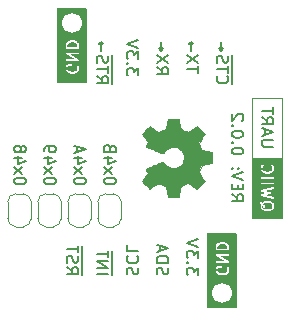
<source format=gbr>
%TF.GenerationSoftware,KiCad,Pcbnew,8.0.7*%
%TF.CreationDate,2025-02-08T23:44:29-05:00*%
%TF.ProjectId,QwiicUART-Board,51776969-6355-4415-9254-2d426f617264,0.0.2*%
%TF.SameCoordinates,PX853a720PY66f2fb0*%
%TF.FileFunction,Legend,Bot*%
%TF.FilePolarity,Positive*%
%FSLAX46Y46*%
G04 Gerber Fmt 4.6, Leading zero omitted, Abs format (unit mm)*
G04 Created by KiCad (PCBNEW 8.0.7) date 2025-02-08 23:44:29*
%MOMM*%
%LPD*%
G01*
G04 APERTURE LIST*
G04 Aperture macros list*
%AMFreePoly0*
4,1,19,0.500000,-0.750000,0.000000,-0.750000,0.000000,-0.744911,-0.071157,-0.744911,-0.207708,-0.704816,-0.327430,-0.627875,-0.420627,-0.520320,-0.479746,-0.390866,-0.500000,-0.250000,-0.500000,0.250000,-0.479746,0.390866,-0.420627,0.520320,-0.327430,0.627875,-0.207708,0.704816,-0.071157,0.744911,0.000000,0.744911,0.000000,0.750000,0.500000,0.750000,0.500000,-0.750000,0.500000,-0.750000,
$1*%
%AMFreePoly1*
4,1,19,0.000000,0.744911,0.071157,0.744911,0.207708,0.704816,0.327430,0.627875,0.420627,0.520320,0.479746,0.390866,0.500000,0.250000,0.500000,-0.250000,0.479746,-0.390866,0.420627,-0.520320,0.327430,-0.627875,0.207708,-0.704816,0.071157,-0.744911,0.000000,-0.744911,0.000000,-0.750000,-0.500000,-0.750000,-0.500000,0.750000,0.000000,0.750000,0.000000,0.744911,0.000000,0.744911,
$1*%
G04 Aperture macros list end*
%ADD10C,0.100000*%
%ADD11C,0.150000*%
%ADD12C,0.120000*%
%ADD13C,0.010000*%
%ADD14C,3.200000*%
%ADD15C,1.000000*%
%ADD16C,1.700000*%
%ADD17FreePoly0,270.000000*%
%ADD18FreePoly1,270.000000*%
G04 APERTURE END LIST*
D10*
X8890000Y5080000D02*
X11430000Y5080000D01*
X11430000Y-5080000D01*
X8890000Y-5080000D01*
X8890000Y5080000D01*
X8890000Y0D02*
X11430000Y0D01*
D11*
G36*
X10523979Y-3869626D02*
G01*
X10595922Y-3941569D01*
X10630180Y-4010085D01*
X10630180Y-4165151D01*
X10595922Y-4233667D01*
X10523979Y-4305609D01*
X10362613Y-4345951D01*
X10047748Y-4345951D01*
X9886381Y-4305609D01*
X9814438Y-4233666D01*
X9780180Y-4165149D01*
X9780180Y-4030588D01*
X9834018Y-4084426D01*
X9868276Y-4152942D01*
X9868276Y-4230475D01*
X9869717Y-4245107D01*
X9880916Y-4272143D01*
X9901608Y-4292835D01*
X9928644Y-4304034D01*
X9957908Y-4304034D01*
X9984944Y-4292835D01*
X10005636Y-4272143D01*
X10016835Y-4245107D01*
X10018276Y-4230475D01*
X10018276Y-4135237D01*
X10016835Y-4120605D01*
X10015804Y-4118116D01*
X10015613Y-4115427D01*
X10010358Y-4101696D01*
X9962739Y-4006458D01*
X9958774Y-4000158D01*
X9958017Y-3998331D01*
X9956328Y-3996274D01*
X9954907Y-3994015D01*
X9953408Y-3992715D01*
X9948690Y-3986966D01*
X9858866Y-3897142D01*
X9886381Y-3869626D01*
X10047748Y-3829285D01*
X10362613Y-3829285D01*
X10523979Y-3869626D01*
G37*
G36*
X10891291Y-4607062D02*
G01*
X9424420Y-4607062D01*
X9424420Y-3697285D01*
X9535531Y-3697285D01*
X9537605Y-3726475D01*
X9542860Y-3740207D01*
X9590479Y-3835445D01*
X9594443Y-3841744D01*
X9595201Y-3843572D01*
X9596889Y-3845628D01*
X9598311Y-3847888D01*
X9599809Y-3849187D01*
X9604528Y-3854937D01*
X9661542Y-3911950D01*
X9638098Y-3958838D01*
X9632843Y-3972570D01*
X9632651Y-3975259D01*
X9631621Y-3977748D01*
X9630180Y-3992380D01*
X9630180Y-4182856D01*
X9631621Y-4197488D01*
X9632651Y-4199976D01*
X9632843Y-4202666D01*
X9638098Y-4216398D01*
X9685718Y-4311636D01*
X9689683Y-4317934D01*
X9690440Y-4319762D01*
X9692128Y-4321819D01*
X9693551Y-4324079D01*
X9695049Y-4325378D01*
X9699767Y-4331127D01*
X9795005Y-4426365D01*
X9806370Y-4435693D01*
X9811523Y-4437827D01*
X9816002Y-4441146D01*
X9829848Y-4446093D01*
X10020324Y-4493712D01*
X10022860Y-4494087D01*
X10023882Y-4494510D01*
X10029394Y-4495052D01*
X10034868Y-4495862D01*
X10035960Y-4495699D01*
X10038514Y-4495951D01*
X10371847Y-4495951D01*
X10374400Y-4495699D01*
X10375493Y-4495862D01*
X10380966Y-4495052D01*
X10386479Y-4494510D01*
X10387500Y-4494087D01*
X10390037Y-4493712D01*
X10580513Y-4446093D01*
X10594359Y-4441146D01*
X10598840Y-4437825D01*
X10603991Y-4435692D01*
X10615356Y-4426365D01*
X10710594Y-4331127D01*
X10715314Y-4325376D01*
X10716811Y-4324078D01*
X10718230Y-4321823D01*
X10719922Y-4319762D01*
X10720680Y-4317929D01*
X10724643Y-4311635D01*
X10772262Y-4216397D01*
X10777517Y-4202666D01*
X10777708Y-4199976D01*
X10778739Y-4197488D01*
X10780180Y-4182856D01*
X10780180Y-3992380D01*
X10778739Y-3977748D01*
X10777708Y-3975259D01*
X10777517Y-3972570D01*
X10772262Y-3958839D01*
X10724643Y-3863601D01*
X10720680Y-3857306D01*
X10719922Y-3855474D01*
X10718230Y-3853412D01*
X10716811Y-3851158D01*
X10715314Y-3849859D01*
X10710594Y-3844109D01*
X10615356Y-3748871D01*
X10603991Y-3739544D01*
X10598840Y-3737410D01*
X10594359Y-3734090D01*
X10580513Y-3729143D01*
X10390037Y-3681524D01*
X10387500Y-3681148D01*
X10386479Y-3680726D01*
X10380966Y-3680183D01*
X10375493Y-3679374D01*
X10374400Y-3679536D01*
X10371847Y-3679285D01*
X10038514Y-3679285D01*
X10035960Y-3679536D01*
X10034868Y-3679374D01*
X10029394Y-3680183D01*
X10023882Y-3680726D01*
X10022860Y-3681148D01*
X10020324Y-3681524D01*
X9829848Y-3729143D01*
X9816002Y-3734090D01*
X9811523Y-3737408D01*
X9806370Y-3739543D01*
X9795005Y-3748871D01*
X9752799Y-3791076D01*
X9719199Y-3757476D01*
X9677024Y-3673125D01*
X9669192Y-3660682D01*
X9647084Y-3641509D01*
X9619323Y-3632255D01*
X9590133Y-3634329D01*
X9563958Y-3647416D01*
X9544785Y-3669524D01*
X9535531Y-3697285D01*
X9424420Y-3697285D01*
X9424420Y-2804708D01*
X9630232Y-2804708D01*
X9632755Y-2815306D01*
X9634189Y-2826097D01*
X9636117Y-2829428D01*
X9637010Y-2833176D01*
X9643396Y-2842000D01*
X9648851Y-2851422D01*
X9651908Y-2853762D01*
X9654167Y-2856883D01*
X9663442Y-2862590D01*
X9672089Y-2869209D01*
X9677488Y-2871234D01*
X9679089Y-2872219D01*
X9680880Y-2872506D01*
X9685855Y-2874372D01*
X10128386Y-2992380D01*
X9685855Y-3110388D01*
X9680880Y-3112253D01*
X9679089Y-3112541D01*
X9677488Y-3113525D01*
X9672089Y-3115551D01*
X9663442Y-3122169D01*
X9654167Y-3127877D01*
X9651908Y-3130997D01*
X9648851Y-3133338D01*
X9643396Y-3142759D01*
X9637010Y-3151584D01*
X9636117Y-3155331D01*
X9634189Y-3158663D01*
X9632755Y-3169453D01*
X9630232Y-3180052D01*
X9630841Y-3183855D01*
X9630335Y-3187671D01*
X9633140Y-3198192D01*
X9634865Y-3208947D01*
X9636882Y-3212226D01*
X9637875Y-3215947D01*
X9644493Y-3224593D01*
X9650201Y-3233869D01*
X9653321Y-3236127D01*
X9655662Y-3239185D01*
X9665083Y-3244639D01*
X9673908Y-3251026D01*
X9679358Y-3252904D01*
X9680987Y-3253847D01*
X9682788Y-3254086D01*
X9687808Y-3255816D01*
X10687809Y-3493911D01*
X10702376Y-3495899D01*
X10731271Y-3491266D01*
X10756193Y-3475930D01*
X10773350Y-3452223D01*
X10780128Y-3423755D01*
X10775495Y-3394860D01*
X10760159Y-3369938D01*
X10736452Y-3352781D01*
X10722552Y-3347991D01*
X10011696Y-3178739D01*
X10438791Y-3064848D01*
X10442218Y-3063562D01*
X10443660Y-3063371D01*
X10445371Y-3062380D01*
X10452558Y-3059685D01*
X10460417Y-3053668D01*
X10468984Y-3048709D01*
X10471937Y-3044851D01*
X10475795Y-3041898D01*
X10480753Y-3033333D01*
X10486772Y-3025471D01*
X10488024Y-3020774D01*
X10490457Y-3016573D01*
X10491760Y-3006764D01*
X10494312Y-2997196D01*
X10493672Y-2992380D01*
X10494312Y-2987564D01*
X10491760Y-2977995D01*
X10490457Y-2968187D01*
X10488024Y-2963985D01*
X10486772Y-2959289D01*
X10480753Y-2951426D01*
X10475795Y-2942862D01*
X10471937Y-2939908D01*
X10468984Y-2936051D01*
X10460417Y-2931091D01*
X10452558Y-2925075D01*
X10445371Y-2922379D01*
X10443660Y-2921389D01*
X10442218Y-2921197D01*
X10438791Y-2919912D01*
X10011696Y-2806020D01*
X10722552Y-2636769D01*
X10736452Y-2631979D01*
X10760159Y-2614822D01*
X10775495Y-2589900D01*
X10780128Y-2561005D01*
X10773350Y-2532537D01*
X10756193Y-2508830D01*
X10731271Y-2493494D01*
X10702376Y-2488861D01*
X10687809Y-2490849D01*
X9687808Y-2728944D01*
X9682788Y-2730673D01*
X9680987Y-2730913D01*
X9679358Y-2731855D01*
X9673908Y-2733734D01*
X9665083Y-2740120D01*
X9655662Y-2745575D01*
X9653321Y-2748632D01*
X9650201Y-2750891D01*
X9644493Y-2760166D01*
X9637875Y-2768813D01*
X9636882Y-2772533D01*
X9634865Y-2775813D01*
X9633140Y-2786567D01*
X9630335Y-2797089D01*
X9630841Y-2800904D01*
X9630232Y-2804708D01*
X9424420Y-2804708D01*
X9424420Y-2168224D01*
X9631621Y-2168224D01*
X9631621Y-2197488D01*
X9642820Y-2224524D01*
X9663512Y-2245216D01*
X9690548Y-2256415D01*
X9705180Y-2257856D01*
X10705180Y-2257856D01*
X10719812Y-2256415D01*
X10746848Y-2245216D01*
X10767540Y-2224524D01*
X10778739Y-2197488D01*
X10778739Y-2168224D01*
X10767540Y-2141188D01*
X10746848Y-2120496D01*
X10719812Y-2109297D01*
X10705180Y-2107856D01*
X9705180Y-2107856D01*
X9690548Y-2109297D01*
X9663512Y-2120496D01*
X9642820Y-2141188D01*
X9631621Y-2168224D01*
X9424420Y-2168224D01*
X9424420Y-1692034D01*
X9631621Y-1692034D01*
X9631621Y-1721298D01*
X9642820Y-1748334D01*
X9663512Y-1769026D01*
X9690548Y-1780225D01*
X9705180Y-1781666D01*
X10705180Y-1781666D01*
X10719812Y-1780225D01*
X10746848Y-1769026D01*
X10767540Y-1748334D01*
X10778739Y-1721298D01*
X10778739Y-1692034D01*
X10767540Y-1664998D01*
X10746848Y-1644306D01*
X10719812Y-1633107D01*
X10705180Y-1631666D01*
X9705180Y-1631666D01*
X9690548Y-1633107D01*
X9663512Y-1644306D01*
X9642820Y-1664998D01*
X9631621Y-1692034D01*
X9424420Y-1692034D01*
X9424420Y-849524D01*
X9630180Y-849524D01*
X9630180Y-944762D01*
X9630909Y-952167D01*
X9630769Y-954143D01*
X9631359Y-956740D01*
X9631621Y-959394D01*
X9632379Y-961224D01*
X9634029Y-968480D01*
X9681649Y-1111337D01*
X9687643Y-1124762D01*
X9689409Y-1126798D01*
X9690440Y-1129287D01*
X9699767Y-1140652D01*
X9795005Y-1235890D01*
X9800755Y-1240610D01*
X9802054Y-1242107D01*
X9804308Y-1243526D01*
X9806370Y-1245218D01*
X9808202Y-1245976D01*
X9814497Y-1249939D01*
X9909735Y-1297558D01*
X9910804Y-1297967D01*
X9911240Y-1298290D01*
X9917376Y-1300482D01*
X9923466Y-1302813D01*
X9924006Y-1302851D01*
X9925086Y-1303237D01*
X10115562Y-1350856D01*
X10118098Y-1351231D01*
X10119120Y-1351654D01*
X10124632Y-1352196D01*
X10130106Y-1353006D01*
X10131198Y-1352843D01*
X10133752Y-1353095D01*
X10276609Y-1353095D01*
X10279162Y-1352843D01*
X10280255Y-1353006D01*
X10285728Y-1352196D01*
X10291241Y-1351654D01*
X10292262Y-1351231D01*
X10294799Y-1350856D01*
X10485275Y-1303237D01*
X10486354Y-1302851D01*
X10486894Y-1302813D01*
X10492975Y-1300485D01*
X10499121Y-1298290D01*
X10499556Y-1297967D01*
X10500626Y-1297558D01*
X10595864Y-1249939D01*
X10602163Y-1245974D01*
X10603991Y-1245217D01*
X10606047Y-1243528D01*
X10608307Y-1242107D01*
X10609606Y-1240608D01*
X10615356Y-1235890D01*
X10710594Y-1140652D01*
X10719922Y-1129287D01*
X10720953Y-1126796D01*
X10722718Y-1124762D01*
X10728712Y-1111336D01*
X10776331Y-968480D01*
X10777980Y-961224D01*
X10778739Y-959394D01*
X10779000Y-956740D01*
X10779591Y-954143D01*
X10779450Y-952168D01*
X10780180Y-944762D01*
X10780180Y-849524D01*
X10779450Y-842117D01*
X10779591Y-840143D01*
X10779000Y-837545D01*
X10778739Y-834892D01*
X10777980Y-833061D01*
X10776331Y-825806D01*
X10728712Y-682950D01*
X10722718Y-669524D01*
X10720951Y-667487D01*
X10719921Y-664999D01*
X10710594Y-653634D01*
X10662975Y-606015D01*
X10651610Y-596688D01*
X10624573Y-585489D01*
X10595311Y-585489D01*
X10568274Y-596688D01*
X10547582Y-617380D01*
X10536383Y-644417D01*
X10536383Y-673679D01*
X10547582Y-700716D01*
X10556909Y-712081D01*
X10592009Y-747181D01*
X10630180Y-861694D01*
X10630180Y-932592D01*
X10592009Y-1047105D01*
X10517896Y-1121218D01*
X10440909Y-1159711D01*
X10267375Y-1203095D01*
X10142986Y-1203095D01*
X9969452Y-1159711D01*
X9892465Y-1121218D01*
X9818351Y-1047104D01*
X9780180Y-932590D01*
X9780180Y-861695D01*
X9818351Y-747181D01*
X9853452Y-712081D01*
X9862779Y-700716D01*
X9873978Y-673680D01*
X9873978Y-644417D01*
X9862779Y-617381D01*
X9842086Y-596688D01*
X9815050Y-585489D01*
X9785787Y-585489D01*
X9758751Y-596688D01*
X9747386Y-606015D01*
X9699767Y-653634D01*
X9690440Y-664999D01*
X9689409Y-667487D01*
X9687643Y-669524D01*
X9681649Y-682949D01*
X9634029Y-825806D01*
X9632379Y-833061D01*
X9631621Y-834892D01*
X9631359Y-837545D01*
X9630769Y-840143D01*
X9630909Y-842118D01*
X9630180Y-849524D01*
X9424420Y-849524D01*
X9424420Y-474378D01*
X10891291Y-474378D01*
X10891291Y-4607062D01*
G37*
X862800Y-9870839D02*
X815180Y-9727982D01*
X815180Y-9727982D02*
X815180Y-9489887D01*
X815180Y-9489887D02*
X862800Y-9394649D01*
X862800Y-9394649D02*
X910419Y-9347030D01*
X910419Y-9347030D02*
X1005657Y-9299411D01*
X1005657Y-9299411D02*
X1100895Y-9299411D01*
X1100895Y-9299411D02*
X1196133Y-9347030D01*
X1196133Y-9347030D02*
X1243752Y-9394649D01*
X1243752Y-9394649D02*
X1291371Y-9489887D01*
X1291371Y-9489887D02*
X1338990Y-9680363D01*
X1338990Y-9680363D02*
X1386609Y-9775601D01*
X1386609Y-9775601D02*
X1434228Y-9823220D01*
X1434228Y-9823220D02*
X1529466Y-9870839D01*
X1529466Y-9870839D02*
X1624704Y-9870839D01*
X1624704Y-9870839D02*
X1719942Y-9823220D01*
X1719942Y-9823220D02*
X1767561Y-9775601D01*
X1767561Y-9775601D02*
X1815180Y-9680363D01*
X1815180Y-9680363D02*
X1815180Y-9442268D01*
X1815180Y-9442268D02*
X1767561Y-9299411D01*
X815180Y-8870839D02*
X1815180Y-8870839D01*
X1815180Y-8870839D02*
X1815180Y-8632744D01*
X1815180Y-8632744D02*
X1767561Y-8489887D01*
X1767561Y-8489887D02*
X1672323Y-8394649D01*
X1672323Y-8394649D02*
X1577085Y-8347030D01*
X1577085Y-8347030D02*
X1386609Y-8299411D01*
X1386609Y-8299411D02*
X1243752Y-8299411D01*
X1243752Y-8299411D02*
X1053276Y-8347030D01*
X1053276Y-8347030D02*
X958038Y-8394649D01*
X958038Y-8394649D02*
X862800Y-8489887D01*
X862800Y-8489887D02*
X815180Y-8632744D01*
X815180Y-8632744D02*
X815180Y-8870839D01*
X1100895Y-7918458D02*
X1100895Y-7442268D01*
X815180Y-8013696D02*
X1815180Y-7680363D01*
X1815180Y-7680363D02*
X815180Y-7347030D01*
X-10249820Y-2012744D02*
X-10249820Y-1917506D01*
X-10249820Y-1917506D02*
X-10297439Y-1822268D01*
X-10297439Y-1822268D02*
X-10345058Y-1774649D01*
X-10345058Y-1774649D02*
X-10440296Y-1727030D01*
X-10440296Y-1727030D02*
X-10630772Y-1679411D01*
X-10630772Y-1679411D02*
X-10868867Y-1679411D01*
X-10868867Y-1679411D02*
X-11059343Y-1727030D01*
X-11059343Y-1727030D02*
X-11154581Y-1774649D01*
X-11154581Y-1774649D02*
X-11202200Y-1822268D01*
X-11202200Y-1822268D02*
X-11249820Y-1917506D01*
X-11249820Y-1917506D02*
X-11249820Y-2012744D01*
X-11249820Y-2012744D02*
X-11202200Y-2107982D01*
X-11202200Y-2107982D02*
X-11154581Y-2155601D01*
X-11154581Y-2155601D02*
X-11059343Y-2203220D01*
X-11059343Y-2203220D02*
X-10868867Y-2250839D01*
X-10868867Y-2250839D02*
X-10630772Y-2250839D01*
X-10630772Y-2250839D02*
X-10440296Y-2203220D01*
X-10440296Y-2203220D02*
X-10345058Y-2155601D01*
X-10345058Y-2155601D02*
X-10297439Y-2107982D01*
X-10297439Y-2107982D02*
X-10249820Y-2012744D01*
X-11249820Y-1346077D02*
X-10583153Y-822268D01*
X-10583153Y-1346077D02*
X-11249820Y-822268D01*
X-10583153Y-12744D02*
X-11249820Y-12744D01*
X-10202200Y-250839D02*
X-10916486Y-488934D01*
X-10916486Y-488934D02*
X-10916486Y130113D01*
X-10678391Y653923D02*
X-10630772Y558685D01*
X-10630772Y558685D02*
X-10583153Y511066D01*
X-10583153Y511066D02*
X-10487915Y463447D01*
X-10487915Y463447D02*
X-10440296Y463447D01*
X-10440296Y463447D02*
X-10345058Y511066D01*
X-10345058Y511066D02*
X-10297439Y558685D01*
X-10297439Y558685D02*
X-10249820Y653923D01*
X-10249820Y653923D02*
X-10249820Y844399D01*
X-10249820Y844399D02*
X-10297439Y939637D01*
X-10297439Y939637D02*
X-10345058Y987256D01*
X-10345058Y987256D02*
X-10440296Y1034875D01*
X-10440296Y1034875D02*
X-10487915Y1034875D01*
X-10487915Y1034875D02*
X-10583153Y987256D01*
X-10583153Y987256D02*
X-10630772Y939637D01*
X-10630772Y939637D02*
X-10678391Y844399D01*
X-10678391Y844399D02*
X-10678391Y653923D01*
X-10678391Y653923D02*
X-10726010Y558685D01*
X-10726010Y558685D02*
X-10773629Y511066D01*
X-10773629Y511066D02*
X-10868867Y463447D01*
X-10868867Y463447D02*
X-11059343Y463447D01*
X-11059343Y463447D02*
X-11154581Y511066D01*
X-11154581Y511066D02*
X-11202200Y558685D01*
X-11202200Y558685D02*
X-11249820Y653923D01*
X-11249820Y653923D02*
X-11249820Y844399D01*
X-11249820Y844399D02*
X-11202200Y939637D01*
X-11202200Y939637D02*
X-11154581Y987256D01*
X-11154581Y987256D02*
X-11059343Y1034875D01*
X-11059343Y1034875D02*
X-10868867Y1034875D01*
X-10868867Y1034875D02*
X-10773629Y987256D01*
X-10773629Y987256D02*
X-10726010Y939637D01*
X-10726010Y939637D02*
X-10678391Y844399D01*
X-6804820Y-9251792D02*
X-6328629Y-9585125D01*
X-6804820Y-9823220D02*
X-5804820Y-9823220D01*
X-5804820Y-9823220D02*
X-5804820Y-9442268D01*
X-5804820Y-9442268D02*
X-5852439Y-9347030D01*
X-5852439Y-9347030D02*
X-5900058Y-9299411D01*
X-5900058Y-9299411D02*
X-5995296Y-9251792D01*
X-5995296Y-9251792D02*
X-6138153Y-9251792D01*
X-6138153Y-9251792D02*
X-6233391Y-9299411D01*
X-6233391Y-9299411D02*
X-6281010Y-9347030D01*
X-6281010Y-9347030D02*
X-6328629Y-9442268D01*
X-6328629Y-9442268D02*
X-6328629Y-9823220D01*
X-6757200Y-8870839D02*
X-6804820Y-8727982D01*
X-6804820Y-8727982D02*
X-6804820Y-8489887D01*
X-6804820Y-8489887D02*
X-6757200Y-8394649D01*
X-6757200Y-8394649D02*
X-6709581Y-8347030D01*
X-6709581Y-8347030D02*
X-6614343Y-8299411D01*
X-6614343Y-8299411D02*
X-6519105Y-8299411D01*
X-6519105Y-8299411D02*
X-6423867Y-8347030D01*
X-6423867Y-8347030D02*
X-6376248Y-8394649D01*
X-6376248Y-8394649D02*
X-6328629Y-8489887D01*
X-6328629Y-8489887D02*
X-6281010Y-8680363D01*
X-6281010Y-8680363D02*
X-6233391Y-8775601D01*
X-6233391Y-8775601D02*
X-6185772Y-8823220D01*
X-6185772Y-8823220D02*
X-6090534Y-8870839D01*
X-6090534Y-8870839D02*
X-5995296Y-8870839D01*
X-5995296Y-8870839D02*
X-5900058Y-8823220D01*
X-5900058Y-8823220D02*
X-5852439Y-8775601D01*
X-5852439Y-8775601D02*
X-5804820Y-8680363D01*
X-5804820Y-8680363D02*
X-5804820Y-8442268D01*
X-5804820Y-8442268D02*
X-5852439Y-8299411D01*
X-5804820Y-8013696D02*
X-5804820Y-7442268D01*
X-6804820Y-7727982D02*
X-5804820Y-7727982D01*
X-5527200Y-9961316D02*
X-5527200Y-7447030D01*
X-7709820Y-2012744D02*
X-7709820Y-1917506D01*
X-7709820Y-1917506D02*
X-7757439Y-1822268D01*
X-7757439Y-1822268D02*
X-7805058Y-1774649D01*
X-7805058Y-1774649D02*
X-7900296Y-1727030D01*
X-7900296Y-1727030D02*
X-8090772Y-1679411D01*
X-8090772Y-1679411D02*
X-8328867Y-1679411D01*
X-8328867Y-1679411D02*
X-8519343Y-1727030D01*
X-8519343Y-1727030D02*
X-8614581Y-1774649D01*
X-8614581Y-1774649D02*
X-8662200Y-1822268D01*
X-8662200Y-1822268D02*
X-8709820Y-1917506D01*
X-8709820Y-1917506D02*
X-8709820Y-2012744D01*
X-8709820Y-2012744D02*
X-8662200Y-2107982D01*
X-8662200Y-2107982D02*
X-8614581Y-2155601D01*
X-8614581Y-2155601D02*
X-8519343Y-2203220D01*
X-8519343Y-2203220D02*
X-8328867Y-2250839D01*
X-8328867Y-2250839D02*
X-8090772Y-2250839D01*
X-8090772Y-2250839D02*
X-7900296Y-2203220D01*
X-7900296Y-2203220D02*
X-7805058Y-2155601D01*
X-7805058Y-2155601D02*
X-7757439Y-2107982D01*
X-7757439Y-2107982D02*
X-7709820Y-2012744D01*
X-8709820Y-1346077D02*
X-8043153Y-822268D01*
X-8043153Y-1346077D02*
X-8709820Y-822268D01*
X-8043153Y-12744D02*
X-8709820Y-12744D01*
X-7662200Y-250839D02*
X-8376486Y-488934D01*
X-8376486Y-488934D02*
X-8376486Y130113D01*
X-8709820Y558685D02*
X-8709820Y749161D01*
X-8709820Y749161D02*
X-8662200Y844399D01*
X-8662200Y844399D02*
X-8614581Y892018D01*
X-8614581Y892018D02*
X-8471724Y987256D01*
X-8471724Y987256D02*
X-8281248Y1034875D01*
X-8281248Y1034875D02*
X-7900296Y1034875D01*
X-7900296Y1034875D02*
X-7805058Y987256D01*
X-7805058Y987256D02*
X-7757439Y939637D01*
X-7757439Y939637D02*
X-7709820Y844399D01*
X-7709820Y844399D02*
X-7709820Y653923D01*
X-7709820Y653923D02*
X-7757439Y558685D01*
X-7757439Y558685D02*
X-7805058Y511066D01*
X-7805058Y511066D02*
X-7900296Y463447D01*
X-7900296Y463447D02*
X-8138391Y463447D01*
X-8138391Y463447D02*
X-8233629Y511066D01*
X-8233629Y511066D02*
X-8281248Y558685D01*
X-8281248Y558685D02*
X-8328867Y653923D01*
X-8328867Y653923D02*
X-8328867Y844399D01*
X-8328867Y844399D02*
X-8281248Y939637D01*
X-8281248Y939637D02*
X-8233629Y987256D01*
X-8233629Y987256D02*
X-8138391Y1034875D01*
X10705180Y944763D02*
X9895657Y944763D01*
X9895657Y944763D02*
X9800419Y992382D01*
X9800419Y992382D02*
X9752800Y1040001D01*
X9752800Y1040001D02*
X9705180Y1135239D01*
X9705180Y1135239D02*
X9705180Y1325715D01*
X9705180Y1325715D02*
X9752800Y1420953D01*
X9752800Y1420953D02*
X9800419Y1468572D01*
X9800419Y1468572D02*
X9895657Y1516191D01*
X9895657Y1516191D02*
X10705180Y1516191D01*
X9990895Y1944763D02*
X9990895Y2420953D01*
X9705180Y1849525D02*
X10705180Y2182858D01*
X10705180Y2182858D02*
X9705180Y2516191D01*
X9705180Y3420953D02*
X10181371Y3087620D01*
X9705180Y2849525D02*
X10705180Y2849525D01*
X10705180Y2849525D02*
X10705180Y3230477D01*
X10705180Y3230477D02*
X10657561Y3325715D01*
X10657561Y3325715D02*
X10609942Y3373334D01*
X10609942Y3373334D02*
X10514704Y3420953D01*
X10514704Y3420953D02*
X10371847Y3420953D01*
X10371847Y3420953D02*
X10276609Y3373334D01*
X10276609Y3373334D02*
X10228990Y3325715D01*
X10228990Y3325715D02*
X10181371Y3230477D01*
X10181371Y3230477D02*
X10181371Y2849525D01*
X10705180Y3706668D02*
X10705180Y4278096D01*
X9705180Y3992382D02*
X10705180Y3992382D01*
X-724820Y6966079D02*
X-724820Y7585126D01*
X-724820Y7585126D02*
X-1105772Y7251793D01*
X-1105772Y7251793D02*
X-1105772Y7394650D01*
X-1105772Y7394650D02*
X-1153391Y7489888D01*
X-1153391Y7489888D02*
X-1201010Y7537507D01*
X-1201010Y7537507D02*
X-1296248Y7585126D01*
X-1296248Y7585126D02*
X-1534343Y7585126D01*
X-1534343Y7585126D02*
X-1629581Y7537507D01*
X-1629581Y7537507D02*
X-1677200Y7489888D01*
X-1677200Y7489888D02*
X-1724820Y7394650D01*
X-1724820Y7394650D02*
X-1724820Y7108936D01*
X-1724820Y7108936D02*
X-1677200Y7013698D01*
X-1677200Y7013698D02*
X-1629581Y6966079D01*
X-1629581Y8013698D02*
X-1677200Y8061317D01*
X-1677200Y8061317D02*
X-1724820Y8013698D01*
X-1724820Y8013698D02*
X-1677200Y7966079D01*
X-1677200Y7966079D02*
X-1629581Y8013698D01*
X-1629581Y8013698D02*
X-1724820Y8013698D01*
X-724820Y8394650D02*
X-724820Y9013697D01*
X-724820Y9013697D02*
X-1105772Y8680364D01*
X-1105772Y8680364D02*
X-1105772Y8823221D01*
X-1105772Y8823221D02*
X-1153391Y8918459D01*
X-1153391Y8918459D02*
X-1201010Y8966078D01*
X-1201010Y8966078D02*
X-1296248Y9013697D01*
X-1296248Y9013697D02*
X-1534343Y9013697D01*
X-1534343Y9013697D02*
X-1629581Y8966078D01*
X-1629581Y8966078D02*
X-1677200Y8918459D01*
X-1677200Y8918459D02*
X-1724820Y8823221D01*
X-1724820Y8823221D02*
X-1724820Y8537507D01*
X-1724820Y8537507D02*
X-1677200Y8442269D01*
X-1677200Y8442269D02*
X-1629581Y8394650D01*
X-724820Y9299412D02*
X-1724820Y9632745D01*
X-1724820Y9632745D02*
X-724820Y9966078D01*
X-5169820Y-2012744D02*
X-5169820Y-1917506D01*
X-5169820Y-1917506D02*
X-5217439Y-1822268D01*
X-5217439Y-1822268D02*
X-5265058Y-1774649D01*
X-5265058Y-1774649D02*
X-5360296Y-1727030D01*
X-5360296Y-1727030D02*
X-5550772Y-1679411D01*
X-5550772Y-1679411D02*
X-5788867Y-1679411D01*
X-5788867Y-1679411D02*
X-5979343Y-1727030D01*
X-5979343Y-1727030D02*
X-6074581Y-1774649D01*
X-6074581Y-1774649D02*
X-6122200Y-1822268D01*
X-6122200Y-1822268D02*
X-6169820Y-1917506D01*
X-6169820Y-1917506D02*
X-6169820Y-2012744D01*
X-6169820Y-2012744D02*
X-6122200Y-2107982D01*
X-6122200Y-2107982D02*
X-6074581Y-2155601D01*
X-6074581Y-2155601D02*
X-5979343Y-2203220D01*
X-5979343Y-2203220D02*
X-5788867Y-2250839D01*
X-5788867Y-2250839D02*
X-5550772Y-2250839D01*
X-5550772Y-2250839D02*
X-5360296Y-2203220D01*
X-5360296Y-2203220D02*
X-5265058Y-2155601D01*
X-5265058Y-2155601D02*
X-5217439Y-2107982D01*
X-5217439Y-2107982D02*
X-5169820Y-2012744D01*
X-6169820Y-1346077D02*
X-5503153Y-822268D01*
X-5503153Y-1346077D02*
X-6169820Y-822268D01*
X-5503153Y-12744D02*
X-6169820Y-12744D01*
X-5122200Y-250839D02*
X-5836486Y-488934D01*
X-5836486Y-488934D02*
X-5836486Y130113D01*
X-5884105Y463447D02*
X-5884105Y939637D01*
X-6169820Y368209D02*
X-5169820Y701542D01*
X-5169820Y701542D02*
X-6169820Y1034875D01*
X7165180Y-3095237D02*
X7641371Y-3428570D01*
X7165180Y-3666665D02*
X8165180Y-3666665D01*
X8165180Y-3666665D02*
X8165180Y-3285713D01*
X8165180Y-3285713D02*
X8117561Y-3190475D01*
X8117561Y-3190475D02*
X8069942Y-3142856D01*
X8069942Y-3142856D02*
X7974704Y-3095237D01*
X7974704Y-3095237D02*
X7831847Y-3095237D01*
X7831847Y-3095237D02*
X7736609Y-3142856D01*
X7736609Y-3142856D02*
X7688990Y-3190475D01*
X7688990Y-3190475D02*
X7641371Y-3285713D01*
X7641371Y-3285713D02*
X7641371Y-3666665D01*
X7688990Y-2666665D02*
X7688990Y-2333332D01*
X7165180Y-2190475D02*
X7165180Y-2666665D01*
X7165180Y-2666665D02*
X8165180Y-2666665D01*
X8165180Y-2666665D02*
X8165180Y-2190475D01*
X8165180Y-1904760D02*
X7165180Y-1571427D01*
X7165180Y-1571427D02*
X8165180Y-1238094D01*
X7260419Y-904760D02*
X7212800Y-857141D01*
X7212800Y-857141D02*
X7165180Y-904760D01*
X7165180Y-904760D02*
X7212800Y-952379D01*
X7212800Y-952379D02*
X7260419Y-904760D01*
X7260419Y-904760D02*
X7165180Y-904760D01*
X7784228Y-904760D02*
X7736609Y-857141D01*
X7736609Y-857141D02*
X7688990Y-904760D01*
X7688990Y-904760D02*
X7736609Y-952379D01*
X7736609Y-952379D02*
X7784228Y-904760D01*
X7784228Y-904760D02*
X7688990Y-904760D01*
X8165180Y523811D02*
X8165180Y619049D01*
X8165180Y619049D02*
X8117561Y714287D01*
X8117561Y714287D02*
X8069942Y761906D01*
X8069942Y761906D02*
X7974704Y809525D01*
X7974704Y809525D02*
X7784228Y857144D01*
X7784228Y857144D02*
X7546133Y857144D01*
X7546133Y857144D02*
X7355657Y809525D01*
X7355657Y809525D02*
X7260419Y761906D01*
X7260419Y761906D02*
X7212800Y714287D01*
X7212800Y714287D02*
X7165180Y619049D01*
X7165180Y619049D02*
X7165180Y523811D01*
X7165180Y523811D02*
X7212800Y428573D01*
X7212800Y428573D02*
X7260419Y380954D01*
X7260419Y380954D02*
X7355657Y333335D01*
X7355657Y333335D02*
X7546133Y285716D01*
X7546133Y285716D02*
X7784228Y285716D01*
X7784228Y285716D02*
X7974704Y333335D01*
X7974704Y333335D02*
X8069942Y380954D01*
X8069942Y380954D02*
X8117561Y428573D01*
X8117561Y428573D02*
X8165180Y523811D01*
X7260419Y1285716D02*
X7212800Y1333335D01*
X7212800Y1333335D02*
X7165180Y1285716D01*
X7165180Y1285716D02*
X7212800Y1238097D01*
X7212800Y1238097D02*
X7260419Y1285716D01*
X7260419Y1285716D02*
X7165180Y1285716D01*
X8165180Y1952382D02*
X8165180Y2047620D01*
X8165180Y2047620D02*
X8117561Y2142858D01*
X8117561Y2142858D02*
X8069942Y2190477D01*
X8069942Y2190477D02*
X7974704Y2238096D01*
X7974704Y2238096D02*
X7784228Y2285715D01*
X7784228Y2285715D02*
X7546133Y2285715D01*
X7546133Y2285715D02*
X7355657Y2238096D01*
X7355657Y2238096D02*
X7260419Y2190477D01*
X7260419Y2190477D02*
X7212800Y2142858D01*
X7212800Y2142858D02*
X7165180Y2047620D01*
X7165180Y2047620D02*
X7165180Y1952382D01*
X7165180Y1952382D02*
X7212800Y1857144D01*
X7212800Y1857144D02*
X7260419Y1809525D01*
X7260419Y1809525D02*
X7355657Y1761906D01*
X7355657Y1761906D02*
X7546133Y1714287D01*
X7546133Y1714287D02*
X7784228Y1714287D01*
X7784228Y1714287D02*
X7974704Y1761906D01*
X7974704Y1761906D02*
X8069942Y1809525D01*
X8069942Y1809525D02*
X8117561Y1857144D01*
X8117561Y1857144D02*
X8165180Y1952382D01*
X7260419Y2714287D02*
X7212800Y2761906D01*
X7212800Y2761906D02*
X7165180Y2714287D01*
X7165180Y2714287D02*
X7212800Y2666668D01*
X7212800Y2666668D02*
X7260419Y2714287D01*
X7260419Y2714287D02*
X7165180Y2714287D01*
X8069942Y3142858D02*
X8117561Y3190477D01*
X8117561Y3190477D02*
X8165180Y3285715D01*
X8165180Y3285715D02*
X8165180Y3523810D01*
X8165180Y3523810D02*
X8117561Y3619048D01*
X8117561Y3619048D02*
X8069942Y3666667D01*
X8069942Y3666667D02*
X7974704Y3714286D01*
X7974704Y3714286D02*
X7879466Y3714286D01*
X7879466Y3714286D02*
X7736609Y3666667D01*
X7736609Y3666667D02*
X7165180Y3095239D01*
X7165180Y3095239D02*
X7165180Y3714286D01*
X-1677200Y-9870839D02*
X-1724820Y-9727982D01*
X-1724820Y-9727982D02*
X-1724820Y-9489887D01*
X-1724820Y-9489887D02*
X-1677200Y-9394649D01*
X-1677200Y-9394649D02*
X-1629581Y-9347030D01*
X-1629581Y-9347030D02*
X-1534343Y-9299411D01*
X-1534343Y-9299411D02*
X-1439105Y-9299411D01*
X-1439105Y-9299411D02*
X-1343867Y-9347030D01*
X-1343867Y-9347030D02*
X-1296248Y-9394649D01*
X-1296248Y-9394649D02*
X-1248629Y-9489887D01*
X-1248629Y-9489887D02*
X-1201010Y-9680363D01*
X-1201010Y-9680363D02*
X-1153391Y-9775601D01*
X-1153391Y-9775601D02*
X-1105772Y-9823220D01*
X-1105772Y-9823220D02*
X-1010534Y-9870839D01*
X-1010534Y-9870839D02*
X-915296Y-9870839D01*
X-915296Y-9870839D02*
X-820058Y-9823220D01*
X-820058Y-9823220D02*
X-772439Y-9775601D01*
X-772439Y-9775601D02*
X-724820Y-9680363D01*
X-724820Y-9680363D02*
X-724820Y-9442268D01*
X-724820Y-9442268D02*
X-772439Y-9299411D01*
X-1629581Y-8299411D02*
X-1677200Y-8347030D01*
X-1677200Y-8347030D02*
X-1724820Y-8489887D01*
X-1724820Y-8489887D02*
X-1724820Y-8585125D01*
X-1724820Y-8585125D02*
X-1677200Y-8727982D01*
X-1677200Y-8727982D02*
X-1581962Y-8823220D01*
X-1581962Y-8823220D02*
X-1486724Y-8870839D01*
X-1486724Y-8870839D02*
X-1296248Y-8918458D01*
X-1296248Y-8918458D02*
X-1153391Y-8918458D01*
X-1153391Y-8918458D02*
X-962915Y-8870839D01*
X-962915Y-8870839D02*
X-867677Y-8823220D01*
X-867677Y-8823220D02*
X-772439Y-8727982D01*
X-772439Y-8727982D02*
X-724820Y-8585125D01*
X-724820Y-8585125D02*
X-724820Y-8489887D01*
X-724820Y-8489887D02*
X-772439Y-8347030D01*
X-772439Y-8347030D02*
X-820058Y-8299411D01*
X-1724820Y-7394649D02*
X-1724820Y-7870839D01*
X-1724820Y-7870839D02*
X-724820Y-7870839D01*
X-2629820Y-2012744D02*
X-2629820Y-1917506D01*
X-2629820Y-1917506D02*
X-2677439Y-1822268D01*
X-2677439Y-1822268D02*
X-2725058Y-1774649D01*
X-2725058Y-1774649D02*
X-2820296Y-1727030D01*
X-2820296Y-1727030D02*
X-3010772Y-1679411D01*
X-3010772Y-1679411D02*
X-3248867Y-1679411D01*
X-3248867Y-1679411D02*
X-3439343Y-1727030D01*
X-3439343Y-1727030D02*
X-3534581Y-1774649D01*
X-3534581Y-1774649D02*
X-3582200Y-1822268D01*
X-3582200Y-1822268D02*
X-3629820Y-1917506D01*
X-3629820Y-1917506D02*
X-3629820Y-2012744D01*
X-3629820Y-2012744D02*
X-3582200Y-2107982D01*
X-3582200Y-2107982D02*
X-3534581Y-2155601D01*
X-3534581Y-2155601D02*
X-3439343Y-2203220D01*
X-3439343Y-2203220D02*
X-3248867Y-2250839D01*
X-3248867Y-2250839D02*
X-3010772Y-2250839D01*
X-3010772Y-2250839D02*
X-2820296Y-2203220D01*
X-2820296Y-2203220D02*
X-2725058Y-2155601D01*
X-2725058Y-2155601D02*
X-2677439Y-2107982D01*
X-2677439Y-2107982D02*
X-2629820Y-2012744D01*
X-3629820Y-1346077D02*
X-2963153Y-822268D01*
X-2963153Y-1346077D02*
X-3629820Y-822268D01*
X-2963153Y-12744D02*
X-3629820Y-12744D01*
X-2582200Y-250839D02*
X-3296486Y-488934D01*
X-3296486Y-488934D02*
X-3296486Y130113D01*
X-3106010Y844399D02*
X-3153629Y987256D01*
X-3153629Y987256D02*
X-3201248Y1034875D01*
X-3201248Y1034875D02*
X-3296486Y1082494D01*
X-3296486Y1082494D02*
X-3439343Y1082494D01*
X-3439343Y1082494D02*
X-3534581Y1034875D01*
X-3534581Y1034875D02*
X-3582200Y987256D01*
X-3582200Y987256D02*
X-3629820Y892018D01*
X-3629820Y892018D02*
X-3629820Y511066D01*
X-3629820Y511066D02*
X-2629820Y511066D01*
X-2629820Y511066D02*
X-2629820Y844399D01*
X-2629820Y844399D02*
X-2677439Y939637D01*
X-2677439Y939637D02*
X-2725058Y987256D01*
X-2725058Y987256D02*
X-2820296Y1034875D01*
X-2820296Y1034875D02*
X-2915534Y1034875D01*
X-2915534Y1034875D02*
X-3010772Y987256D01*
X-3010772Y987256D02*
X-3058391Y939637D01*
X-3058391Y939637D02*
X-3106010Y844399D01*
X-3106010Y844399D02*
X-3106010Y511066D01*
X5990419Y6918459D02*
X5942800Y6870840D01*
X5942800Y6870840D02*
X5895180Y6727983D01*
X5895180Y6727983D02*
X5895180Y6632745D01*
X5895180Y6632745D02*
X5942800Y6489888D01*
X5942800Y6489888D02*
X6038038Y6394650D01*
X6038038Y6394650D02*
X6133276Y6347031D01*
X6133276Y6347031D02*
X6323752Y6299412D01*
X6323752Y6299412D02*
X6466609Y6299412D01*
X6466609Y6299412D02*
X6657085Y6347031D01*
X6657085Y6347031D02*
X6752323Y6394650D01*
X6752323Y6394650D02*
X6847561Y6489888D01*
X6847561Y6489888D02*
X6895180Y6632745D01*
X6895180Y6632745D02*
X6895180Y6727983D01*
X6895180Y6727983D02*
X6847561Y6870840D01*
X6847561Y6870840D02*
X6799942Y6918459D01*
X6895180Y7204174D02*
X6895180Y7775602D01*
X5895180Y7489888D02*
X6895180Y7489888D01*
X5942800Y8061317D02*
X5895180Y8204174D01*
X5895180Y8204174D02*
X5895180Y8442269D01*
X5895180Y8442269D02*
X5942800Y8537507D01*
X5942800Y8537507D02*
X5990419Y8585126D01*
X5990419Y8585126D02*
X6085657Y8632745D01*
X6085657Y8632745D02*
X6180895Y8632745D01*
X6180895Y8632745D02*
X6276133Y8585126D01*
X6276133Y8585126D02*
X6323752Y8537507D01*
X6323752Y8537507D02*
X6371371Y8442269D01*
X6371371Y8442269D02*
X6418990Y8251793D01*
X6418990Y8251793D02*
X6466609Y8156555D01*
X6466609Y8156555D02*
X6514228Y8108936D01*
X6514228Y8108936D02*
X6609466Y8061317D01*
X6609466Y8061317D02*
X6704704Y8061317D01*
X6704704Y8061317D02*
X6799942Y8108936D01*
X6799942Y8108936D02*
X6847561Y8156555D01*
X6847561Y8156555D02*
X6895180Y8251793D01*
X6895180Y8251793D02*
X6895180Y8489888D01*
X6895180Y8489888D02*
X6847561Y8632745D01*
X7172800Y6208935D02*
X7172800Y8723221D01*
X6276133Y9823221D02*
X6276133Y9061317D01*
X6085657Y9251793D02*
X6276133Y9061317D01*
X6276133Y9061317D02*
X6466609Y9251793D01*
X-4264820Y-9823220D02*
X-3264820Y-9823220D01*
X-4264820Y-9347030D02*
X-3264820Y-9347030D01*
X-3264820Y-9347030D02*
X-4264820Y-8775602D01*
X-4264820Y-8775602D02*
X-3264820Y-8775602D01*
X-3264820Y-8442268D02*
X-3264820Y-7870840D01*
X-4264820Y-8156554D02*
X-3264820Y-8156554D01*
X-2987200Y-9961316D02*
X-2987200Y-7875602D01*
G36*
X-6069091Y9752457D02*
G01*
X-5992104Y9713963D01*
X-5917991Y9639850D01*
X-5879820Y9525337D01*
X-5879820Y9374412D01*
X-6729820Y9374412D01*
X-6729820Y9525336D01*
X-6691649Y9639850D01*
X-6617535Y9713963D01*
X-6540548Y9752457D01*
X-6367014Y9795840D01*
X-6242625Y9795840D01*
X-6069091Y9752457D01*
G37*
G36*
X-5618709Y7018063D02*
G01*
X-6990931Y7018063D01*
X-6990931Y7632745D01*
X-6879820Y7632745D01*
X-6879820Y7537507D01*
X-6879091Y7530102D01*
X-6879231Y7528126D01*
X-6878641Y7525529D01*
X-6878379Y7522875D01*
X-6877621Y7521045D01*
X-6875971Y7513789D01*
X-6828351Y7370932D01*
X-6822357Y7357507D01*
X-6820591Y7355471D01*
X-6819560Y7352982D01*
X-6810233Y7341617D01*
X-6714995Y7246379D01*
X-6709245Y7241659D01*
X-6707946Y7240162D01*
X-6705692Y7238743D01*
X-6703630Y7237051D01*
X-6701798Y7236293D01*
X-6695503Y7232330D01*
X-6600265Y7184711D01*
X-6599196Y7184302D01*
X-6598760Y7183979D01*
X-6592624Y7181787D01*
X-6586534Y7179456D01*
X-6585994Y7179418D01*
X-6584914Y7179032D01*
X-6394438Y7131413D01*
X-6391902Y7131038D01*
X-6390880Y7130615D01*
X-6385368Y7130073D01*
X-6379894Y7129263D01*
X-6378802Y7129426D01*
X-6376248Y7129174D01*
X-6233391Y7129174D01*
X-6230838Y7129426D01*
X-6229745Y7129263D01*
X-6224272Y7130073D01*
X-6218759Y7130615D01*
X-6217738Y7131038D01*
X-6215201Y7131413D01*
X-6024725Y7179032D01*
X-6023646Y7179418D01*
X-6023106Y7179456D01*
X-6017025Y7181784D01*
X-6010879Y7183979D01*
X-6010444Y7184302D01*
X-6009374Y7184711D01*
X-5914136Y7232330D01*
X-5907837Y7236295D01*
X-5906009Y7237052D01*
X-5903953Y7238741D01*
X-5901693Y7240162D01*
X-5900394Y7241661D01*
X-5894644Y7246379D01*
X-5799406Y7341617D01*
X-5790078Y7352982D01*
X-5789047Y7355473D01*
X-5787282Y7357507D01*
X-5781288Y7370933D01*
X-5733669Y7513789D01*
X-5732020Y7521045D01*
X-5731261Y7522875D01*
X-5731000Y7525529D01*
X-5730409Y7528126D01*
X-5730550Y7530101D01*
X-5729820Y7537507D01*
X-5729820Y7680364D01*
X-5731261Y7694996D01*
X-5732292Y7697485D01*
X-5732483Y7700174D01*
X-5737738Y7713905D01*
X-5785357Y7809143D01*
X-5793189Y7821586D01*
X-5815297Y7840759D01*
X-5843058Y7850013D01*
X-5872248Y7847939D01*
X-5898423Y7834852D01*
X-5917596Y7812744D01*
X-5926850Y7784983D01*
X-5924776Y7755793D01*
X-5919521Y7742061D01*
X-5879820Y7662659D01*
X-5879820Y7549677D01*
X-5917991Y7435164D01*
X-5992104Y7361051D01*
X-6069091Y7322558D01*
X-6242625Y7279174D01*
X-6367014Y7279174D01*
X-6540548Y7322558D01*
X-6617535Y7361051D01*
X-6691649Y7435165D01*
X-6729820Y7549679D01*
X-6729820Y7620574D01*
X-6691649Y7735088D01*
X-6678515Y7748221D01*
X-6451248Y7748221D01*
X-6451248Y7632745D01*
X-6449807Y7618113D01*
X-6438608Y7591077D01*
X-6417916Y7570385D01*
X-6390880Y7559186D01*
X-6361616Y7559186D01*
X-6334580Y7570385D01*
X-6313888Y7591077D01*
X-6302689Y7618113D01*
X-6301248Y7632745D01*
X-6301248Y7823221D01*
X-6302689Y7837853D01*
X-6313888Y7864889D01*
X-6334580Y7885581D01*
X-6361616Y7896780D01*
X-6376248Y7898221D01*
X-6709581Y7898221D01*
X-6724213Y7896780D01*
X-6751249Y7885581D01*
X-6762614Y7876254D01*
X-6810233Y7828635D01*
X-6819560Y7817270D01*
X-6820591Y7814782D01*
X-6822357Y7812745D01*
X-6828351Y7799320D01*
X-6875971Y7656463D01*
X-6877621Y7649208D01*
X-6878379Y7647377D01*
X-6878641Y7644724D01*
X-6879231Y7642126D01*
X-6879091Y7640151D01*
X-6879820Y7632745D01*
X-6990931Y7632745D01*
X-6990931Y8817982D01*
X-6879637Y8817982D01*
X-6878379Y8813370D01*
X-6878379Y8808589D01*
X-6874562Y8799374D01*
X-6871937Y8789750D01*
X-6869010Y8785970D01*
X-6867180Y8781553D01*
X-6860130Y8774503D01*
X-6854020Y8766613D01*
X-6847888Y8762261D01*
X-6846488Y8760861D01*
X-6845114Y8760292D01*
X-6842030Y8758103D01*
X-6087237Y8326793D01*
X-6804820Y8326793D01*
X-6819452Y8325352D01*
X-6846488Y8314153D01*
X-6867180Y8293461D01*
X-6878379Y8266425D01*
X-6878379Y8237161D01*
X-6867180Y8210125D01*
X-6846488Y8189433D01*
X-6819452Y8178234D01*
X-6804820Y8176793D01*
X-5804820Y8176793D01*
X-5801057Y8177164D01*
X-5799581Y8176976D01*
X-5797671Y8177498D01*
X-5790188Y8178234D01*
X-5780973Y8182052D01*
X-5771349Y8184676D01*
X-5767569Y8187604D01*
X-5763152Y8189433D01*
X-5756102Y8196484D01*
X-5748212Y8202593D01*
X-5745839Y8206747D01*
X-5742460Y8210125D01*
X-5738644Y8219338D01*
X-5733693Y8228002D01*
X-5733091Y8232746D01*
X-5731261Y8237161D01*
X-5731261Y8247136D01*
X-5730003Y8257032D01*
X-5731261Y8261645D01*
X-5731261Y8266425D01*
X-5735079Y8275642D01*
X-5737703Y8285263D01*
X-5740630Y8289043D01*
X-5742460Y8293461D01*
X-5749512Y8300513D01*
X-5755620Y8308401D01*
X-5761755Y8312756D01*
X-5763152Y8314153D01*
X-5764525Y8314722D01*
X-5767609Y8316911D01*
X-6522403Y8748221D01*
X-5804820Y8748221D01*
X-5790188Y8749662D01*
X-5763152Y8760861D01*
X-5742460Y8781553D01*
X-5731261Y8808589D01*
X-5731261Y8837853D01*
X-5742460Y8864889D01*
X-5763152Y8885581D01*
X-5790188Y8896780D01*
X-5804820Y8898221D01*
X-6804820Y8898221D01*
X-6808584Y8897851D01*
X-6810059Y8898038D01*
X-6811970Y8897517D01*
X-6819452Y8896780D01*
X-6828668Y8892963D01*
X-6838291Y8890338D01*
X-6842072Y8887411D01*
X-6846488Y8885581D01*
X-6853539Y8878531D01*
X-6861428Y8872421D01*
X-6863802Y8868268D01*
X-6867180Y8864889D01*
X-6870997Y8855677D01*
X-6875947Y8847012D01*
X-6876550Y8842269D01*
X-6878379Y8837853D01*
X-6878379Y8827879D01*
X-6879637Y8817982D01*
X-6990931Y8817982D01*
X-6990931Y9537507D01*
X-6879820Y9537507D01*
X-6879820Y9299412D01*
X-6878379Y9284780D01*
X-6867180Y9257744D01*
X-6846488Y9237052D01*
X-6819452Y9225853D01*
X-6804820Y9224412D01*
X-5804820Y9224412D01*
X-5790188Y9225853D01*
X-5763152Y9237052D01*
X-5742460Y9257744D01*
X-5731261Y9284780D01*
X-5729820Y9299412D01*
X-5729820Y9537507D01*
X-5730550Y9544914D01*
X-5730409Y9546888D01*
X-5731000Y9549486D01*
X-5731261Y9552139D01*
X-5732020Y9553970D01*
X-5733669Y9561225D01*
X-5781288Y9704081D01*
X-5787282Y9717507D01*
X-5789047Y9719542D01*
X-5790078Y9722032D01*
X-5799406Y9733397D01*
X-5894644Y9828635D01*
X-5900394Y9833354D01*
X-5901693Y9834852D01*
X-5903953Y9836274D01*
X-5906009Y9837962D01*
X-5907837Y9838720D01*
X-5914136Y9842684D01*
X-6009374Y9890303D01*
X-6010444Y9890713D01*
X-6010879Y9891035D01*
X-6017025Y9893231D01*
X-6023106Y9895558D01*
X-6023646Y9895597D01*
X-6024725Y9895982D01*
X-6215201Y9943601D01*
X-6217738Y9943977D01*
X-6218759Y9944399D01*
X-6224272Y9944942D01*
X-6229745Y9945751D01*
X-6230838Y9945589D01*
X-6233391Y9945840D01*
X-6376248Y9945840D01*
X-6378802Y9945589D01*
X-6379894Y9945751D01*
X-6385368Y9944942D01*
X-6390880Y9944399D01*
X-6391902Y9943977D01*
X-6394438Y9943601D01*
X-6584914Y9895982D01*
X-6585994Y9895597D01*
X-6586534Y9895558D01*
X-6592624Y9893228D01*
X-6598760Y9891035D01*
X-6599196Y9890713D01*
X-6600265Y9890303D01*
X-6695503Y9842684D01*
X-6701798Y9838722D01*
X-6703630Y9837963D01*
X-6705692Y9836272D01*
X-6707946Y9834852D01*
X-6709245Y9833356D01*
X-6714995Y9828635D01*
X-6810233Y9733397D01*
X-6819560Y9722032D01*
X-6820591Y9719544D01*
X-6822357Y9717507D01*
X-6828351Y9704082D01*
X-6875971Y9561225D01*
X-6877621Y9553970D01*
X-6878379Y9552139D01*
X-6878641Y9549486D01*
X-6879231Y9546888D01*
X-6879091Y9544913D01*
X-6879820Y9537507D01*
X-6990931Y9537507D01*
X-6990931Y10056951D01*
X-5618709Y10056951D01*
X-5618709Y7018063D01*
G37*
X4355180Y7204174D02*
X4355180Y7775602D01*
X3355180Y7489888D02*
X4355180Y7489888D01*
X4355180Y8013698D02*
X3355180Y8680364D01*
X4355180Y8680364D02*
X3355180Y8013698D01*
X3736133Y9061317D02*
X3736133Y9823221D01*
X3545657Y9632745D02*
X3736133Y9823221D01*
X3736133Y9823221D02*
X3926609Y9632745D01*
X-4264820Y6918459D02*
X-3788629Y6585126D01*
X-4264820Y6347031D02*
X-3264820Y6347031D01*
X-3264820Y6347031D02*
X-3264820Y6727983D01*
X-3264820Y6727983D02*
X-3312439Y6823221D01*
X-3312439Y6823221D02*
X-3360058Y6870840D01*
X-3360058Y6870840D02*
X-3455296Y6918459D01*
X-3455296Y6918459D02*
X-3598153Y6918459D01*
X-3598153Y6918459D02*
X-3693391Y6870840D01*
X-3693391Y6870840D02*
X-3741010Y6823221D01*
X-3741010Y6823221D02*
X-3788629Y6727983D01*
X-3788629Y6727983D02*
X-3788629Y6347031D01*
X-3264820Y7204174D02*
X-3264820Y7775602D01*
X-4264820Y7489888D02*
X-3264820Y7489888D01*
X-4217200Y8061317D02*
X-4264820Y8204174D01*
X-4264820Y8204174D02*
X-4264820Y8442269D01*
X-4264820Y8442269D02*
X-4217200Y8537507D01*
X-4217200Y8537507D02*
X-4169581Y8585126D01*
X-4169581Y8585126D02*
X-4074343Y8632745D01*
X-4074343Y8632745D02*
X-3979105Y8632745D01*
X-3979105Y8632745D02*
X-3883867Y8585126D01*
X-3883867Y8585126D02*
X-3836248Y8537507D01*
X-3836248Y8537507D02*
X-3788629Y8442269D01*
X-3788629Y8442269D02*
X-3741010Y8251793D01*
X-3741010Y8251793D02*
X-3693391Y8156555D01*
X-3693391Y8156555D02*
X-3645772Y8108936D01*
X-3645772Y8108936D02*
X-3550534Y8061317D01*
X-3550534Y8061317D02*
X-3455296Y8061317D01*
X-3455296Y8061317D02*
X-3360058Y8108936D01*
X-3360058Y8108936D02*
X-3312439Y8156555D01*
X-3312439Y8156555D02*
X-3264820Y8251793D01*
X-3264820Y8251793D02*
X-3264820Y8489888D01*
X-3264820Y8489888D02*
X-3312439Y8632745D01*
X-2987200Y6208935D02*
X-2987200Y8723221D01*
X-3883867Y9061317D02*
X-3883867Y9823221D01*
X-4074343Y9632745D02*
X-3883867Y9823221D01*
X-3883867Y9823221D02*
X-3693391Y9632745D01*
X4355180Y-9918458D02*
X4355180Y-9299411D01*
X4355180Y-9299411D02*
X3974228Y-9632744D01*
X3974228Y-9632744D02*
X3974228Y-9489887D01*
X3974228Y-9489887D02*
X3926609Y-9394649D01*
X3926609Y-9394649D02*
X3878990Y-9347030D01*
X3878990Y-9347030D02*
X3783752Y-9299411D01*
X3783752Y-9299411D02*
X3545657Y-9299411D01*
X3545657Y-9299411D02*
X3450419Y-9347030D01*
X3450419Y-9347030D02*
X3402800Y-9394649D01*
X3402800Y-9394649D02*
X3355180Y-9489887D01*
X3355180Y-9489887D02*
X3355180Y-9775601D01*
X3355180Y-9775601D02*
X3402800Y-9870839D01*
X3402800Y-9870839D02*
X3450419Y-9918458D01*
X3450419Y-8870839D02*
X3402800Y-8823220D01*
X3402800Y-8823220D02*
X3355180Y-8870839D01*
X3355180Y-8870839D02*
X3402800Y-8918458D01*
X3402800Y-8918458D02*
X3450419Y-8870839D01*
X3450419Y-8870839D02*
X3355180Y-8870839D01*
X4355180Y-8489887D02*
X4355180Y-7870840D01*
X4355180Y-7870840D02*
X3974228Y-8204173D01*
X3974228Y-8204173D02*
X3974228Y-8061316D01*
X3974228Y-8061316D02*
X3926609Y-7966078D01*
X3926609Y-7966078D02*
X3878990Y-7918459D01*
X3878990Y-7918459D02*
X3783752Y-7870840D01*
X3783752Y-7870840D02*
X3545657Y-7870840D01*
X3545657Y-7870840D02*
X3450419Y-7918459D01*
X3450419Y-7918459D02*
X3402800Y-7966078D01*
X3402800Y-7966078D02*
X3355180Y-8061316D01*
X3355180Y-8061316D02*
X3355180Y-8347030D01*
X3355180Y-8347030D02*
X3402800Y-8442268D01*
X3402800Y-8442268D02*
X3450419Y-8489887D01*
X4355180Y-7585125D02*
X3355180Y-7251792D01*
X3355180Y-7251792D02*
X4355180Y-6918459D01*
X815180Y7680364D02*
X1291371Y7347031D01*
X815180Y7108936D02*
X1815180Y7108936D01*
X1815180Y7108936D02*
X1815180Y7489888D01*
X1815180Y7489888D02*
X1767561Y7585126D01*
X1767561Y7585126D02*
X1719942Y7632745D01*
X1719942Y7632745D02*
X1624704Y7680364D01*
X1624704Y7680364D02*
X1481847Y7680364D01*
X1481847Y7680364D02*
X1386609Y7632745D01*
X1386609Y7632745D02*
X1338990Y7585126D01*
X1338990Y7585126D02*
X1291371Y7489888D01*
X1291371Y7489888D02*
X1291371Y7108936D01*
X1815180Y8013698D02*
X815180Y8680364D01*
X1815180Y8680364D02*
X815180Y8013698D01*
X1196133Y9823221D02*
X1196133Y9061317D01*
X1005657Y9251793D02*
X1196133Y9061317D01*
X1196133Y9061317D02*
X1386609Y9251793D01*
G36*
X6630909Y-7322556D02*
G01*
X6707896Y-7361050D01*
X6782009Y-7435163D01*
X6820180Y-7549676D01*
X6820180Y-7700601D01*
X5970180Y-7700601D01*
X5970180Y-7549677D01*
X6008351Y-7435163D01*
X6082465Y-7361050D01*
X6159452Y-7322556D01*
X6332986Y-7279173D01*
X6457375Y-7279173D01*
X6630909Y-7322556D01*
G37*
G36*
X7081291Y-10056950D02*
G01*
X5709069Y-10056950D01*
X5709069Y-9442268D01*
X5820180Y-9442268D01*
X5820180Y-9537506D01*
X5820909Y-9544911D01*
X5820769Y-9546887D01*
X5821359Y-9549484D01*
X5821621Y-9552138D01*
X5822379Y-9553968D01*
X5824029Y-9561224D01*
X5871649Y-9704081D01*
X5877643Y-9717506D01*
X5879409Y-9719542D01*
X5880440Y-9722031D01*
X5889767Y-9733396D01*
X5985005Y-9828634D01*
X5990755Y-9833354D01*
X5992054Y-9834851D01*
X5994308Y-9836270D01*
X5996370Y-9837962D01*
X5998202Y-9838720D01*
X6004497Y-9842683D01*
X6099735Y-9890302D01*
X6100804Y-9890711D01*
X6101240Y-9891034D01*
X6107376Y-9893226D01*
X6113466Y-9895557D01*
X6114006Y-9895595D01*
X6115086Y-9895981D01*
X6305562Y-9943600D01*
X6308098Y-9943975D01*
X6309120Y-9944398D01*
X6314632Y-9944940D01*
X6320106Y-9945750D01*
X6321198Y-9945587D01*
X6323752Y-9945839D01*
X6466609Y-9945839D01*
X6469162Y-9945587D01*
X6470255Y-9945750D01*
X6475728Y-9944940D01*
X6481241Y-9944398D01*
X6482262Y-9943975D01*
X6484799Y-9943600D01*
X6675275Y-9895981D01*
X6676354Y-9895595D01*
X6676894Y-9895557D01*
X6682975Y-9893229D01*
X6689121Y-9891034D01*
X6689556Y-9890711D01*
X6690626Y-9890302D01*
X6785864Y-9842683D01*
X6792163Y-9838718D01*
X6793991Y-9837961D01*
X6796047Y-9836272D01*
X6798307Y-9834851D01*
X6799606Y-9833352D01*
X6805356Y-9828634D01*
X6900594Y-9733396D01*
X6909922Y-9722031D01*
X6910953Y-9719540D01*
X6912718Y-9717506D01*
X6918712Y-9704080D01*
X6966331Y-9561224D01*
X6967980Y-9553968D01*
X6968739Y-9552138D01*
X6969000Y-9549484D01*
X6969591Y-9546887D01*
X6969450Y-9544912D01*
X6970180Y-9537506D01*
X6970180Y-9394649D01*
X6968739Y-9380017D01*
X6967708Y-9377528D01*
X6967517Y-9374839D01*
X6962262Y-9361108D01*
X6914643Y-9265870D01*
X6906811Y-9253427D01*
X6884703Y-9234254D01*
X6856942Y-9225000D01*
X6827752Y-9227074D01*
X6801577Y-9240161D01*
X6782404Y-9262269D01*
X6773150Y-9290030D01*
X6775224Y-9319220D01*
X6780479Y-9332952D01*
X6820180Y-9412354D01*
X6820180Y-9525336D01*
X6782009Y-9639849D01*
X6707896Y-9713962D01*
X6630909Y-9752455D01*
X6457375Y-9795839D01*
X6332986Y-9795839D01*
X6159452Y-9752455D01*
X6082465Y-9713962D01*
X6008351Y-9639848D01*
X5970180Y-9525334D01*
X5970180Y-9454439D01*
X6008351Y-9339925D01*
X6021485Y-9326792D01*
X6248752Y-9326792D01*
X6248752Y-9442268D01*
X6250193Y-9456900D01*
X6261392Y-9483936D01*
X6282084Y-9504628D01*
X6309120Y-9515827D01*
X6338384Y-9515827D01*
X6365420Y-9504628D01*
X6386112Y-9483936D01*
X6397311Y-9456900D01*
X6398752Y-9442268D01*
X6398752Y-9251792D01*
X6397311Y-9237160D01*
X6386112Y-9210124D01*
X6365420Y-9189432D01*
X6338384Y-9178233D01*
X6323752Y-9176792D01*
X5990419Y-9176792D01*
X5975787Y-9178233D01*
X5948751Y-9189432D01*
X5937386Y-9198759D01*
X5889767Y-9246378D01*
X5880440Y-9257743D01*
X5879409Y-9260231D01*
X5877643Y-9262268D01*
X5871649Y-9275693D01*
X5824029Y-9418550D01*
X5822379Y-9425805D01*
X5821621Y-9427636D01*
X5821359Y-9430289D01*
X5820769Y-9432887D01*
X5820909Y-9434862D01*
X5820180Y-9442268D01*
X5709069Y-9442268D01*
X5709069Y-8257031D01*
X5820363Y-8257031D01*
X5821621Y-8261643D01*
X5821621Y-8266424D01*
X5825438Y-8275639D01*
X5828063Y-8285263D01*
X5830990Y-8289043D01*
X5832820Y-8293460D01*
X5839870Y-8300510D01*
X5845980Y-8308400D01*
X5852112Y-8312752D01*
X5853512Y-8314152D01*
X5854886Y-8314721D01*
X5857970Y-8316910D01*
X6612763Y-8748220D01*
X5895180Y-8748220D01*
X5880548Y-8749661D01*
X5853512Y-8760860D01*
X5832820Y-8781552D01*
X5821621Y-8808588D01*
X5821621Y-8837852D01*
X5832820Y-8864888D01*
X5853512Y-8885580D01*
X5880548Y-8896779D01*
X5895180Y-8898220D01*
X6895180Y-8898220D01*
X6898943Y-8897849D01*
X6900419Y-8898037D01*
X6902329Y-8897515D01*
X6909812Y-8896779D01*
X6919027Y-8892961D01*
X6928651Y-8890337D01*
X6932431Y-8887409D01*
X6936848Y-8885580D01*
X6943898Y-8878529D01*
X6951788Y-8872420D01*
X6954161Y-8868266D01*
X6957540Y-8864888D01*
X6961356Y-8855675D01*
X6966307Y-8847011D01*
X6966909Y-8842267D01*
X6968739Y-8837852D01*
X6968739Y-8827877D01*
X6969997Y-8817981D01*
X6968739Y-8813368D01*
X6968739Y-8808588D01*
X6964921Y-8799371D01*
X6962297Y-8789750D01*
X6959370Y-8785970D01*
X6957540Y-8781552D01*
X6950488Y-8774500D01*
X6944380Y-8766612D01*
X6938245Y-8762257D01*
X6936848Y-8760860D01*
X6935475Y-8760291D01*
X6932391Y-8758102D01*
X6177597Y-8326792D01*
X6895180Y-8326792D01*
X6909812Y-8325351D01*
X6936848Y-8314152D01*
X6957540Y-8293460D01*
X6968739Y-8266424D01*
X6968739Y-8237160D01*
X6957540Y-8210124D01*
X6936848Y-8189432D01*
X6909812Y-8178233D01*
X6895180Y-8176792D01*
X5895180Y-8176792D01*
X5891416Y-8177162D01*
X5889941Y-8176975D01*
X5888030Y-8177496D01*
X5880548Y-8178233D01*
X5871332Y-8182050D01*
X5861709Y-8184675D01*
X5857928Y-8187602D01*
X5853512Y-8189432D01*
X5846461Y-8196482D01*
X5838572Y-8202592D01*
X5836198Y-8206745D01*
X5832820Y-8210124D01*
X5829003Y-8219336D01*
X5824053Y-8228001D01*
X5823450Y-8232744D01*
X5821621Y-8237160D01*
X5821621Y-8247134D01*
X5820363Y-8257031D01*
X5709069Y-8257031D01*
X5709069Y-7537506D01*
X5820180Y-7537506D01*
X5820180Y-7775601D01*
X5821621Y-7790233D01*
X5832820Y-7817269D01*
X5853512Y-7837961D01*
X5880548Y-7849160D01*
X5895180Y-7850601D01*
X6895180Y-7850601D01*
X6909812Y-7849160D01*
X6936848Y-7837961D01*
X6957540Y-7817269D01*
X6968739Y-7790233D01*
X6970180Y-7775601D01*
X6970180Y-7537506D01*
X6969450Y-7530099D01*
X6969591Y-7528125D01*
X6969000Y-7525527D01*
X6968739Y-7522874D01*
X6967980Y-7521043D01*
X6966331Y-7513788D01*
X6918712Y-7370932D01*
X6912718Y-7357506D01*
X6910953Y-7355471D01*
X6909922Y-7352981D01*
X6900594Y-7341616D01*
X6805356Y-7246378D01*
X6799606Y-7241659D01*
X6798307Y-7240161D01*
X6796047Y-7238739D01*
X6793991Y-7237051D01*
X6792163Y-7236293D01*
X6785864Y-7232329D01*
X6690626Y-7184710D01*
X6689556Y-7184300D01*
X6689121Y-7183978D01*
X6682975Y-7181782D01*
X6676894Y-7179455D01*
X6676354Y-7179416D01*
X6675275Y-7179031D01*
X6484799Y-7131412D01*
X6482262Y-7131036D01*
X6481241Y-7130614D01*
X6475728Y-7130071D01*
X6470255Y-7129262D01*
X6469162Y-7129424D01*
X6466609Y-7129173D01*
X6323752Y-7129173D01*
X6321198Y-7129424D01*
X6320106Y-7129262D01*
X6314632Y-7130071D01*
X6309120Y-7130614D01*
X6308098Y-7131036D01*
X6305562Y-7131412D01*
X6115086Y-7179031D01*
X6114006Y-7179416D01*
X6113466Y-7179455D01*
X6107376Y-7181785D01*
X6101240Y-7183978D01*
X6100804Y-7184300D01*
X6099735Y-7184710D01*
X6004497Y-7232329D01*
X5998202Y-7236291D01*
X5996370Y-7237050D01*
X5994308Y-7238741D01*
X5992054Y-7240161D01*
X5990755Y-7241657D01*
X5985005Y-7246378D01*
X5889767Y-7341616D01*
X5880440Y-7352981D01*
X5879409Y-7355469D01*
X5877643Y-7357506D01*
X5871649Y-7370931D01*
X5824029Y-7513788D01*
X5822379Y-7521043D01*
X5821621Y-7522874D01*
X5821359Y-7525527D01*
X5820769Y-7528125D01*
X5820909Y-7530100D01*
X5820180Y-7537506D01*
X5709069Y-7537506D01*
X5709069Y-7018062D01*
X7081291Y-7018062D01*
X7081291Y-10056950D01*
G37*
D12*
%TO.C,JP2*%
X-9255000Y-5145000D02*
X-9255000Y-3745000D01*
X-8555000Y-3045000D02*
X-7955000Y-3045000D01*
X-7955000Y-5845000D02*
X-8555000Y-5845000D01*
X-7255000Y-3745000D02*
X-7255000Y-5145000D01*
X-9255000Y-3745000D02*
G75*
G02*
X-8555000Y-3045000I699999J1D01*
G01*
X-8555000Y-5845000D02*
G75*
G02*
X-9255000Y-5145000I0J700000D01*
G01*
X-7955000Y-3045000D02*
G75*
G02*
X-7255000Y-3745000I1J-699999D01*
G01*
X-7255000Y-5145000D02*
G75*
G02*
X-7955000Y-5845000I-700000J0D01*
G01*
%TO.C,JP3*%
X-6715000Y-5145000D02*
X-6715000Y-3745000D01*
X-6015000Y-3045000D02*
X-5415000Y-3045000D01*
X-5415000Y-5845000D02*
X-6015000Y-5845000D01*
X-4715000Y-3745000D02*
X-4715000Y-5145000D01*
X-6715000Y-3745000D02*
G75*
G02*
X-6015000Y-3045000I699999J1D01*
G01*
X-6015000Y-5845000D02*
G75*
G02*
X-6715000Y-5145000I0J700000D01*
G01*
X-5415000Y-3045000D02*
G75*
G02*
X-4715000Y-3745000I1J-699999D01*
G01*
X-4715000Y-5145000D02*
G75*
G02*
X-5415000Y-5845000I-700000J0D01*
G01*
D13*
%TO.C,REF\u002A\u002A*%
X2319713Y3320218D02*
X2427974Y3318364D01*
X2524892Y3314970D01*
X2604041Y3310033D01*
X2658994Y3303548D01*
X2683326Y3295511D01*
X2686921Y3287304D01*
X2698252Y3246481D01*
X2714278Y3177476D01*
X2733805Y3085797D01*
X2755638Y2976950D01*
X2778582Y2856442D01*
X2790841Y2790643D01*
X2812099Y2677865D01*
X2830713Y2580793D01*
X2845672Y2504618D01*
X2855964Y2454531D01*
X2860578Y2435724D01*
X2861529Y2435017D01*
X2885690Y2423039D01*
X2936306Y2400206D01*
X3006662Y2369370D01*
X3090042Y2333387D01*
X3179730Y2295109D01*
X3269011Y2257391D01*
X3351168Y2223087D01*
X3419487Y2195051D01*
X3467252Y2176136D01*
X3487746Y2169197D01*
X3494957Y2172258D01*
X3529272Y2192628D01*
X3587030Y2229578D01*
X3663701Y2280140D01*
X3754752Y2341343D01*
X3855650Y2410219D01*
X3910907Y2448006D01*
X4007785Y2513218D01*
X4092807Y2569129D01*
X4161338Y2612759D01*
X4208740Y2641123D01*
X4230377Y2651241D01*
X4242113Y2644210D01*
X4277182Y2614803D01*
X4330255Y2566559D01*
X4396836Y2503907D01*
X4472426Y2431275D01*
X4552528Y2353092D01*
X4632646Y2273786D01*
X4708282Y2197787D01*
X4774938Y2129522D01*
X4828118Y2073420D01*
X4863324Y2033910D01*
X4876058Y2015421D01*
X4871107Y2005157D01*
X4848143Y1967470D01*
X4809062Y1906652D01*
X4756728Y1827087D01*
X4694004Y1733157D01*
X4623754Y1629246D01*
X4371449Y1258206D01*
X4498947Y948920D01*
X4626445Y639635D01*
X5071069Y555814D01*
X5515693Y471994D01*
X5515693Y-453454D01*
X5071069Y-537275D01*
X4626445Y-621095D01*
X4371449Y-1239667D01*
X4623754Y-1610707D01*
X4673494Y-1684144D01*
X4738782Y-1781499D01*
X4794546Y-1865787D01*
X4837922Y-1932631D01*
X4866047Y-1977654D01*
X4876058Y-1996478D01*
X4868939Y-2008039D01*
X4839106Y-2042596D01*
X4790148Y-2094894D01*
X4726560Y-2160500D01*
X4652837Y-2234983D01*
X4573475Y-2313913D01*
X4492969Y-2392856D01*
X4415815Y-2467384D01*
X4346507Y-2533063D01*
X4289543Y-2585463D01*
X4249416Y-2620153D01*
X4230623Y-2632701D01*
X4222549Y-2629782D01*
X4186531Y-2609571D01*
X4127256Y-2572663D01*
X4049370Y-2522050D01*
X3957519Y-2460725D01*
X3856350Y-2391679D01*
X3801174Y-2353787D01*
X3705116Y-2288606D01*
X3621283Y-2232723D01*
X3554223Y-2189117D01*
X3508481Y-2160769D01*
X3488604Y-2150657D01*
X3487503Y-2150823D01*
X3462306Y-2159743D01*
X3410853Y-2180206D01*
X3339865Y-2209360D01*
X3256065Y-2244353D01*
X3166172Y-2282332D01*
X3076909Y-2320445D01*
X2994997Y-2355839D01*
X2927157Y-2385662D01*
X2880110Y-2407061D01*
X2860578Y-2417184D01*
X2858845Y-2423174D01*
X2851031Y-2459566D01*
X2838085Y-2524427D01*
X2821021Y-2612565D01*
X2800849Y-2718787D01*
X2778582Y-2837902D01*
X2766777Y-2900683D01*
X2744252Y-3015912D01*
X2723450Y-3116662D01*
X2705565Y-3197426D01*
X2691792Y-3252698D01*
X2683326Y-3276971D01*
X2674934Y-3281331D01*
X2633928Y-3288563D01*
X2565632Y-3294246D01*
X2476471Y-3298382D01*
X2372872Y-3300977D01*
X2261260Y-3302036D01*
X2148062Y-3301561D01*
X2039704Y-3299559D01*
X1942611Y-3296033D01*
X1863210Y-3290987D01*
X1807928Y-3284427D01*
X1783190Y-3276356D01*
X1780400Y-3271458D01*
X1768431Y-3234930D01*
X1752595Y-3171565D01*
X1734626Y-3088686D01*
X1716259Y-2993618D01*
X1710409Y-2961542D01*
X1683202Y-2813393D01*
X1661337Y-2696961D01*
X1643907Y-2608209D01*
X1630004Y-2543103D01*
X1618723Y-2497606D01*
X1609157Y-2467682D01*
X1600399Y-2449294D01*
X1591543Y-2438407D01*
X1590057Y-2437142D01*
X1559069Y-2419338D01*
X1502366Y-2392994D01*
X1426601Y-2360661D01*
X1338426Y-2324893D01*
X1244493Y-2288244D01*
X1151453Y-2253266D01*
X1065959Y-2222513D01*
X994664Y-2198538D01*
X944218Y-2183895D01*
X921274Y-2181136D01*
X918297Y-2182981D01*
X889507Y-2202075D01*
X836405Y-2237984D01*
X763883Y-2287378D01*
X676833Y-2346927D01*
X580146Y-2413303D01*
X553544Y-2431520D01*
X458125Y-2495577D01*
X372788Y-2550937D01*
X302595Y-2594439D01*
X252606Y-2622924D01*
X227884Y-2633232D01*
X221384Y-2631011D01*
X189356Y-2607858D01*
X137055Y-2562177D01*
X68001Y-2497241D01*
X-14286Y-2416319D01*
X-106286Y-2322685D01*
X-157781Y-2269165D01*
X-237983Y-2184542D01*
X-306678Y-2110475D01*
X-360252Y-2050941D01*
X-395085Y-2009917D01*
X-407563Y-1991381D01*
X-402938Y-1978646D01*
X-381057Y-1939436D01*
X-345273Y-1882495D01*
X-300117Y-1815250D01*
X-267165Y-1767438D01*
X-201727Y-1671985D01*
X-132228Y-1570125D01*
X-69075Y-1477088D01*
X54200Y-1294832D01*
X-28520Y-1141841D01*
X-47613Y-1105817D01*
X-80272Y-1040303D01*
X-102819Y-989640D01*
X-111226Y-962564D01*
X-100430Y-953703D01*
X-59323Y-931699D01*
X8451Y-899199D01*
X98591Y-858010D01*
X206795Y-809942D01*
X328763Y-756802D01*
X460192Y-700399D01*
X596782Y-642542D01*
X734233Y-585038D01*
X868242Y-529697D01*
X994509Y-478326D01*
X1108732Y-432735D01*
X1206610Y-394732D01*
X1283843Y-366124D01*
X1336129Y-348721D01*
X1359167Y-344331D01*
X1359840Y-344628D01*
X1381137Y-365077D01*
X1414492Y-407850D01*
X1452989Y-464117D01*
X1464744Y-481877D01*
X1576265Y-617014D01*
X1709094Y-728856D01*
X1857702Y-814755D01*
X2016560Y-872062D01*
X2180140Y-898131D01*
X2342912Y-890313D01*
X2487685Y-858644D01*
X2633876Y-801782D01*
X2764297Y-718888D01*
X2888187Y-605131D01*
X2927765Y-560433D01*
X3025277Y-415935D01*
X3090950Y-259838D01*
X3125370Y-96667D01*
X3129126Y69057D01*
X3102806Y232808D01*
X3046997Y390064D01*
X2962286Y536302D01*
X2849263Y666996D01*
X2708513Y777626D01*
X2673658Y798895D01*
X2514345Y871190D01*
X2348448Y909585D01*
X2180263Y915086D01*
X2014087Y888699D01*
X1854216Y831430D01*
X1704947Y744283D01*
X1570577Y628264D01*
X1455401Y484378D01*
X1452298Y479706D01*
X1413067Y424036D01*
X1379714Y382311D01*
X1359167Y363254D01*
X1343059Y365658D01*
X1296156Y380609D01*
X1223461Y407119D01*
X1129275Y443380D01*
X1017902Y487584D01*
X893642Y537924D01*
X760798Y592593D01*
X623673Y649782D01*
X486568Y707684D01*
X353785Y764490D01*
X229626Y818394D01*
X118394Y867588D01*
X24391Y910263D01*
X-48082Y944613D01*
X-94722Y968829D01*
X-111226Y981103D01*
X-108991Y991311D01*
X-92926Y1031414D01*
X-64759Y1090682D01*
X-28520Y1160381D01*
X54200Y1313371D01*
X-69075Y1495627D01*
X-105579Y1549473D01*
X-173784Y1649626D01*
X-242098Y1749475D01*
X-300117Y1833789D01*
X-331736Y1880321D01*
X-371020Y1940800D01*
X-397912Y1985643D01*
X-407883Y2007545D01*
X-403650Y2016955D01*
X-377721Y2050969D01*
X-332070Y2103405D01*
X-271186Y2169699D01*
X-199561Y2245287D01*
X-121683Y2325604D01*
X-42045Y2406087D01*
X34865Y2482171D01*
X104555Y2549293D01*
X162536Y2602888D01*
X204316Y2638392D01*
X225407Y2651241D01*
X229419Y2650500D01*
X262080Y2635207D01*
X318588Y2602538D01*
X393837Y2555650D01*
X482725Y2497699D01*
X580146Y2431843D01*
X607018Y2413373D01*
X701577Y2348518D01*
X785173Y2291391D01*
X852916Y2245322D01*
X899914Y2213641D01*
X921274Y2199676D01*
X922189Y2199332D01*
X948322Y2203454D01*
X1001260Y2219193D01*
X1074353Y2243996D01*
X1160948Y2275311D01*
X1254392Y2310583D01*
X1348035Y2347260D01*
X1435223Y2382788D01*
X1509305Y2414614D01*
X1563629Y2440184D01*
X1591543Y2456947D01*
X1593276Y2458626D01*
X1602044Y2470628D01*
X1610885Y2490897D01*
X1620708Y2523471D01*
X1632417Y2572384D01*
X1646920Y2641673D01*
X1665124Y2735375D01*
X1687934Y2857524D01*
X1716259Y3012158D01*
X1722220Y3044230D01*
X1740648Y3136107D01*
X1758108Y3213393D01*
X1772867Y3268764D01*
X1783190Y3294895D01*
X1791803Y3299267D01*
X1833174Y3306555D01*
X1901759Y3312331D01*
X1991132Y3316590D01*
X2094865Y3319327D01*
X2206535Y3320538D01*
X2319713Y3320218D01*
G36*
X2319713Y3320218D02*
G01*
X2427974Y3318364D01*
X2524892Y3314970D01*
X2604041Y3310033D01*
X2658994Y3303548D01*
X2683326Y3295511D01*
X2686921Y3287304D01*
X2698252Y3246481D01*
X2714278Y3177476D01*
X2733805Y3085797D01*
X2755638Y2976950D01*
X2778582Y2856442D01*
X2790841Y2790643D01*
X2812099Y2677865D01*
X2830713Y2580793D01*
X2845672Y2504618D01*
X2855964Y2454531D01*
X2860578Y2435724D01*
X2861529Y2435017D01*
X2885690Y2423039D01*
X2936306Y2400206D01*
X3006662Y2369370D01*
X3090042Y2333387D01*
X3179730Y2295109D01*
X3269011Y2257391D01*
X3351168Y2223087D01*
X3419487Y2195051D01*
X3467252Y2176136D01*
X3487746Y2169197D01*
X3494957Y2172258D01*
X3529272Y2192628D01*
X3587030Y2229578D01*
X3663701Y2280140D01*
X3754752Y2341343D01*
X3855650Y2410219D01*
X3910907Y2448006D01*
X4007785Y2513218D01*
X4092807Y2569129D01*
X4161338Y2612759D01*
X4208740Y2641123D01*
X4230377Y2651241D01*
X4242113Y2644210D01*
X4277182Y2614803D01*
X4330255Y2566559D01*
X4396836Y2503907D01*
X4472426Y2431275D01*
X4552528Y2353092D01*
X4632646Y2273786D01*
X4708282Y2197787D01*
X4774938Y2129522D01*
X4828118Y2073420D01*
X4863324Y2033910D01*
X4876058Y2015421D01*
X4871107Y2005157D01*
X4848143Y1967470D01*
X4809062Y1906652D01*
X4756728Y1827087D01*
X4694004Y1733157D01*
X4623754Y1629246D01*
X4371449Y1258206D01*
X4498947Y948920D01*
X4626445Y639635D01*
X5071069Y555814D01*
X5515693Y471994D01*
X5515693Y-453454D01*
X5071069Y-537275D01*
X4626445Y-621095D01*
X4371449Y-1239667D01*
X4623754Y-1610707D01*
X4673494Y-1684144D01*
X4738782Y-1781499D01*
X4794546Y-1865787D01*
X4837922Y-1932631D01*
X4866047Y-1977654D01*
X4876058Y-1996478D01*
X4868939Y-2008039D01*
X4839106Y-2042596D01*
X4790148Y-2094894D01*
X4726560Y-2160500D01*
X4652837Y-2234983D01*
X4573475Y-2313913D01*
X4492969Y-2392856D01*
X4415815Y-2467384D01*
X4346507Y-2533063D01*
X4289543Y-2585463D01*
X4249416Y-2620153D01*
X4230623Y-2632701D01*
X4222549Y-2629782D01*
X4186531Y-2609571D01*
X4127256Y-2572663D01*
X4049370Y-2522050D01*
X3957519Y-2460725D01*
X3856350Y-2391679D01*
X3801174Y-2353787D01*
X3705116Y-2288606D01*
X3621283Y-2232723D01*
X3554223Y-2189117D01*
X3508481Y-2160769D01*
X3488604Y-2150657D01*
X3487503Y-2150823D01*
X3462306Y-2159743D01*
X3410853Y-2180206D01*
X3339865Y-2209360D01*
X3256065Y-2244353D01*
X3166172Y-2282332D01*
X3076909Y-2320445D01*
X2994997Y-2355839D01*
X2927157Y-2385662D01*
X2880110Y-2407061D01*
X2860578Y-2417184D01*
X2858845Y-2423174D01*
X2851031Y-2459566D01*
X2838085Y-2524427D01*
X2821021Y-2612565D01*
X2800849Y-2718787D01*
X2778582Y-2837902D01*
X2766777Y-2900683D01*
X2744252Y-3015912D01*
X2723450Y-3116662D01*
X2705565Y-3197426D01*
X2691792Y-3252698D01*
X2683326Y-3276971D01*
X2674934Y-3281331D01*
X2633928Y-3288563D01*
X2565632Y-3294246D01*
X2476471Y-3298382D01*
X2372872Y-3300977D01*
X2261260Y-3302036D01*
X2148062Y-3301561D01*
X2039704Y-3299559D01*
X1942611Y-3296033D01*
X1863210Y-3290987D01*
X1807928Y-3284427D01*
X1783190Y-3276356D01*
X1780400Y-3271458D01*
X1768431Y-3234930D01*
X1752595Y-3171565D01*
X1734626Y-3088686D01*
X1716259Y-2993618D01*
X1710409Y-2961542D01*
X1683202Y-2813393D01*
X1661337Y-2696961D01*
X1643907Y-2608209D01*
X1630004Y-2543103D01*
X1618723Y-2497606D01*
X1609157Y-2467682D01*
X1600399Y-2449294D01*
X1591543Y-2438407D01*
X1590057Y-2437142D01*
X1559069Y-2419338D01*
X1502366Y-2392994D01*
X1426601Y-2360661D01*
X1338426Y-2324893D01*
X1244493Y-2288244D01*
X1151453Y-2253266D01*
X1065959Y-2222513D01*
X994664Y-2198538D01*
X944218Y-2183895D01*
X921274Y-2181136D01*
X918297Y-2182981D01*
X889507Y-2202075D01*
X836405Y-2237984D01*
X763883Y-2287378D01*
X676833Y-2346927D01*
X580146Y-2413303D01*
X553544Y-2431520D01*
X458125Y-2495577D01*
X372788Y-2550937D01*
X302595Y-2594439D01*
X252606Y-2622924D01*
X227884Y-2633232D01*
X221384Y-2631011D01*
X189356Y-2607858D01*
X137055Y-2562177D01*
X68001Y-2497241D01*
X-14286Y-2416319D01*
X-106286Y-2322685D01*
X-157781Y-2269165D01*
X-237983Y-2184542D01*
X-306678Y-2110475D01*
X-360252Y-2050941D01*
X-395085Y-2009917D01*
X-407563Y-1991381D01*
X-402938Y-1978646D01*
X-381057Y-1939436D01*
X-345273Y-1882495D01*
X-300117Y-1815250D01*
X-267165Y-1767438D01*
X-201727Y-1671985D01*
X-132228Y-1570125D01*
X-69075Y-1477088D01*
X54200Y-1294832D01*
X-28520Y-1141841D01*
X-47613Y-1105817D01*
X-80272Y-1040303D01*
X-102819Y-989640D01*
X-111226Y-962564D01*
X-100430Y-953703D01*
X-59323Y-931699D01*
X8451Y-899199D01*
X98591Y-858010D01*
X206795Y-809942D01*
X328763Y-756802D01*
X460192Y-700399D01*
X596782Y-642542D01*
X734233Y-585038D01*
X868242Y-529697D01*
X994509Y-478326D01*
X1108732Y-432735D01*
X1206610Y-394732D01*
X1283843Y-366124D01*
X1336129Y-348721D01*
X1359167Y-344331D01*
X1359840Y-344628D01*
X1381137Y-365077D01*
X1414492Y-407850D01*
X1452989Y-464117D01*
X1464744Y-481877D01*
X1576265Y-617014D01*
X1709094Y-728856D01*
X1857702Y-814755D01*
X2016560Y-872062D01*
X2180140Y-898131D01*
X2342912Y-890313D01*
X2487685Y-858644D01*
X2633876Y-801782D01*
X2764297Y-718888D01*
X2888187Y-605131D01*
X2927765Y-560433D01*
X3025277Y-415935D01*
X3090950Y-259838D01*
X3125370Y-96667D01*
X3129126Y69057D01*
X3102806Y232808D01*
X3046997Y390064D01*
X2962286Y536302D01*
X2849263Y666996D01*
X2708513Y777626D01*
X2673658Y798895D01*
X2514345Y871190D01*
X2348448Y909585D01*
X2180263Y915086D01*
X2014087Y888699D01*
X1854216Y831430D01*
X1704947Y744283D01*
X1570577Y628264D01*
X1455401Y484378D01*
X1452298Y479706D01*
X1413067Y424036D01*
X1379714Y382311D01*
X1359167Y363254D01*
X1343059Y365658D01*
X1296156Y380609D01*
X1223461Y407119D01*
X1129275Y443380D01*
X1017902Y487584D01*
X893642Y537924D01*
X760798Y592593D01*
X623673Y649782D01*
X486568Y707684D01*
X353785Y764490D01*
X229626Y818394D01*
X118394Y867588D01*
X24391Y910263D01*
X-48082Y944613D01*
X-94722Y968829D01*
X-111226Y981103D01*
X-108991Y991311D01*
X-92926Y1031414D01*
X-64759Y1090682D01*
X-28520Y1160381D01*
X54200Y1313371D01*
X-69075Y1495627D01*
X-105579Y1549473D01*
X-173784Y1649626D01*
X-242098Y1749475D01*
X-300117Y1833789D01*
X-331736Y1880321D01*
X-371020Y1940800D01*
X-397912Y1985643D01*
X-407883Y2007545D01*
X-403650Y2016955D01*
X-377721Y2050969D01*
X-332070Y2103405D01*
X-271186Y2169699D01*
X-199561Y2245287D01*
X-121683Y2325604D01*
X-42045Y2406087D01*
X34865Y2482171D01*
X104555Y2549293D01*
X162536Y2602888D01*
X204316Y2638392D01*
X225407Y2651241D01*
X229419Y2650500D01*
X262080Y2635207D01*
X318588Y2602538D01*
X393837Y2555650D01*
X482725Y2497699D01*
X580146Y2431843D01*
X607018Y2413373D01*
X701577Y2348518D01*
X785173Y2291391D01*
X852916Y2245322D01*
X899914Y2213641D01*
X921274Y2199676D01*
X922189Y2199332D01*
X948322Y2203454D01*
X1001260Y2219193D01*
X1074353Y2243996D01*
X1160948Y2275311D01*
X1254392Y2310583D01*
X1348035Y2347260D01*
X1435223Y2382788D01*
X1509305Y2414614D01*
X1563629Y2440184D01*
X1591543Y2456947D01*
X1593276Y2458626D01*
X1602044Y2470628D01*
X1610885Y2490897D01*
X1620708Y2523471D01*
X1632417Y2572384D01*
X1646920Y2641673D01*
X1665124Y2735375D01*
X1687934Y2857524D01*
X1716259Y3012158D01*
X1722220Y3044230D01*
X1740648Y3136107D01*
X1758108Y3213393D01*
X1772867Y3268764D01*
X1783190Y3294895D01*
X1791803Y3299267D01*
X1833174Y3306555D01*
X1901759Y3312331D01*
X1991132Y3316590D01*
X2094865Y3319327D01*
X2206535Y3320538D01*
X2319713Y3320218D01*
G37*
D12*
%TO.C,JP1*%
X-11795000Y-5145000D02*
X-11795000Y-3745000D01*
X-11095000Y-3045000D02*
X-10495000Y-3045000D01*
X-10495000Y-5845000D02*
X-11095000Y-5845000D01*
X-9795000Y-3745000D02*
X-9795000Y-5145000D01*
X-11795000Y-3745000D02*
G75*
G02*
X-11095000Y-3045000I699999J1D01*
G01*
X-11095000Y-5845000D02*
G75*
G02*
X-11795000Y-5145000I0J700000D01*
G01*
X-10495000Y-3045000D02*
G75*
G02*
X-9795000Y-3745000I1J-699999D01*
G01*
X-9795000Y-5145000D02*
G75*
G02*
X-10495000Y-5845000I-700000J0D01*
G01*
%TO.C,JP4*%
X-4175000Y-5145000D02*
X-4175000Y-3745000D01*
X-3475000Y-3045000D02*
X-2875000Y-3045000D01*
X-2875000Y-5845000D02*
X-3475000Y-5845000D01*
X-2175000Y-3745000D02*
X-2175000Y-5145000D01*
X-4175000Y-3745000D02*
G75*
G02*
X-3475000Y-3045000I699999J1D01*
G01*
X-3475000Y-5845000D02*
G75*
G02*
X-4175000Y-5145000I0J700000D01*
G01*
X-2875000Y-3045000D02*
G75*
G02*
X-2175000Y-3745000I1J-699999D01*
G01*
X-2175000Y-5145000D02*
G75*
G02*
X-2875000Y-5845000I-700000J0D01*
G01*
%TD*%
G36*
X11373039Y-19685D02*
G01*
X11418794Y-72489D01*
X11430000Y-124000D01*
X11430000Y-4956000D01*
X11410315Y-5023039D01*
X11357511Y-5068794D01*
X11306000Y-5080000D01*
X9014000Y-5080000D01*
X8946961Y-5060315D01*
X8901206Y-5007511D01*
X8890000Y-4956000D01*
X8890000Y-4502276D01*
X9529086Y-4502276D01*
X10786533Y-4502276D01*
X10786533Y-579048D01*
X9529086Y-579048D01*
X9529086Y-4502276D01*
X8890000Y-4502276D01*
X8890000Y-124000D01*
X8909685Y-56961D01*
X8962489Y-11206D01*
X9014000Y0D01*
X11306000Y0D01*
X11373039Y-19685D01*
G37*
G36*
X7563039Y-6369685D02*
G01*
X7608794Y-6422489D01*
X7620000Y-6474000D01*
X7620000Y-12576000D01*
X7600315Y-12643039D01*
X7547511Y-12688794D01*
X7496000Y-12700000D01*
X5204000Y-12700000D01*
X5136961Y-12680315D01*
X5091206Y-12627511D01*
X5080000Y-12576000D01*
X5080000Y-9952164D01*
X5813937Y-9952164D01*
X6976423Y-9952164D01*
X6976423Y-7122848D01*
X5813937Y-7122848D01*
X5813937Y-9952164D01*
X5080000Y-9952164D01*
X5080000Y-6474000D01*
X5099685Y-6406961D01*
X5152489Y-6361206D01*
X5204000Y-6350000D01*
X7496000Y-6350000D01*
X7563039Y-6369685D01*
G37*
G36*
X-5136961Y12680315D02*
G01*
X-5091206Y12627511D01*
X-5080000Y12576000D01*
X-5080000Y6474000D01*
X-5099685Y6406961D01*
X-5152489Y6361206D01*
X-5204000Y6350000D01*
X-7496000Y6350000D01*
X-7563039Y6369685D01*
X-7608794Y6422489D01*
X-7620000Y6474000D01*
X-7620000Y7122849D01*
X-6886063Y7122849D01*
X-5723577Y7122849D01*
X-5723577Y9952165D01*
X-6886063Y9952165D01*
X-6886063Y7122849D01*
X-7620000Y7122849D01*
X-7620000Y12576000D01*
X-7600315Y12643039D01*
X-7547511Y12688794D01*
X-7496000Y12700000D01*
X-5204000Y12700000D01*
X-5136961Y12680315D01*
G37*
%LPC*%
D14*
%TO.C,REF\u002A\u002A*%
X10160000Y10160000D03*
%TD*%
%TO.C,REF\u002A\u002A*%
X10160000Y-10160000D03*
%TD*%
D15*
%TO.C,TP1*%
X-635000Y5080000D03*
%TD*%
D14*
%TO.C,REF\u002A\u002A*%
X-10160000Y10160000D03*
%TD*%
%TO.C,REF\u002A\u002A*%
X-10160000Y-10160000D03*
%TD*%
D16*
%TO.C,J4*%
X6350000Y-11430000D03*
X3810000Y-11430000D03*
X1270000Y-11430000D03*
X-1270000Y-11430000D03*
X-3810000Y-11430000D03*
X-6350000Y-11430000D03*
%TD*%
%TO.C,J3*%
X-6350000Y11430000D03*
X-3810000Y11430000D03*
X-1270000Y11430000D03*
X1270000Y11430000D03*
X3810000Y11430000D03*
X6350000Y11430000D03*
%TD*%
D17*
%TO.C,JP2*%
X-8255000Y-3795000D03*
D18*
X-8255000Y-5095000D03*
%TD*%
D17*
%TO.C,JP3*%
X-5715000Y-3795000D03*
D18*
X-5715000Y-5095000D03*
%TD*%
D17*
%TO.C,JP1*%
X-10795000Y-3795000D03*
D18*
X-10795000Y-5095000D03*
%TD*%
D17*
%TO.C,JP4*%
X-3175000Y-3795000D03*
D18*
X-3175000Y-5095000D03*
%TD*%
%LPD*%
M02*

</source>
